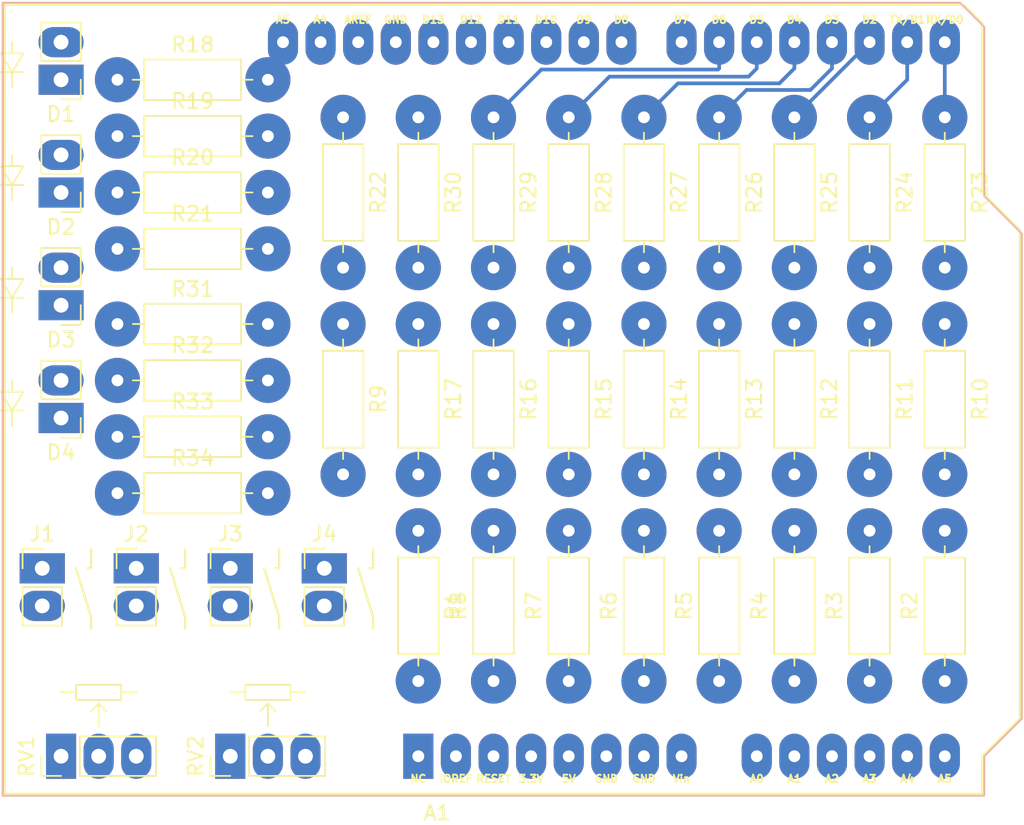
<source format=kicad_pcb>
(kicad_pcb (version 20171130) (host pcbnew 5.1.5-52549c5~86~ubuntu18.04.1)

  (general
    (thickness 1.6)
    (drawings 0)
    (tracks 24)
    (zones 0)
    (modules 45)
    (nets 55)
  )

  (page A4)
  (layers
    (0 F.Cu signal)
    (31 B.Cu signal)
    (32 B.Adhes user)
    (33 F.Adhes user)
    (34 B.Paste user)
    (35 F.Paste user)
    (36 B.SilkS user)
    (37 F.SilkS user)
    (38 B.Mask user)
    (39 F.Mask user)
    (40 Dwgs.User user)
    (41 Cmts.User user)
    (42 Eco1.User user)
    (43 Eco2.User user)
    (44 Edge.Cuts user)
    (45 Margin user)
    (46 B.CrtYd user)
    (47 F.CrtYd user)
    (48 B.Fab user)
    (49 F.Fab user)
  )

  (setup
    (last_trace_width 0.25)
    (trace_clearance 0.2)
    (zone_clearance 0.508)
    (zone_45_only no)
    (trace_min 0.2)
    (via_size 0.8)
    (via_drill 0.4)
    (via_min_size 0.4)
    (via_min_drill 0.3)
    (uvia_size 0.3)
    (uvia_drill 0.1)
    (uvias_allowed no)
    (uvia_min_size 0.2)
    (uvia_min_drill 0.1)
    (edge_width 0.05)
    (segment_width 0.2)
    (pcb_text_width 0.3)
    (pcb_text_size 1.5 1.5)
    (mod_edge_width 0.12)
    (mod_text_size 1 1)
    (mod_text_width 0.15)
    (pad_size 1.524 1.524)
    (pad_drill 0.762)
    (pad_to_mask_clearance 0.051)
    (solder_mask_min_width 0.25)
    (aux_axis_origin 0 0)
    (visible_elements FFFFFF7F)
    (pcbplotparams
      (layerselection 0x010fc_ffffffff)
      (usegerberextensions false)
      (usegerberattributes false)
      (usegerberadvancedattributes false)
      (creategerberjobfile false)
      (excludeedgelayer true)
      (linewidth 0.100000)
      (plotframeref false)
      (viasonmask false)
      (mode 1)
      (useauxorigin false)
      (hpglpennumber 1)
      (hpglpenspeed 20)
      (hpglpendiameter 15.000000)
      (psnegative false)
      (psa4output false)
      (plotreference true)
      (plotvalue true)
      (plotinvisibletext false)
      (padsonsilk false)
      (subtractmaskfromsilk false)
      (outputformat 1)
      (mirror false)
      (drillshape 1)
      (scaleselection 1)
      (outputdirectory ""))
  )

  (net 0 "")
  (net 1 "Net-(A1-Pad16)")
  (net 2 "Net-(A1-Pad15)")
  (net 3 "Net-(A1-Pad30)")
  (net 4 "Net-(A1-Pad14)")
  (net 5 Out-)
  (net 6 "Net-(A1-Pad13)")
  (net 7 "Net-(A1-Pad28)")
  (net 8 "Net-(A1-Pad12)")
  (net 9 "Net-(A1-Pad27)")
  (net 10 "Net-(A1-Pad11)")
  (net 11 "Net-(A1-Pad26)")
  (net 12 "Net-(A1-Pad10)")
  (net 13 "Net-(A1-Pad25)")
  (net 14 "Net-(A1-Pad9)")
  (net 15 "Net-(A1-Pad24)")
  (net 16 "Net-(A1-Pad8)")
  (net 17 "Net-(A1-Pad23)")
  (net 18 "Net-(A1-Pad7)")
  (net 19 "Net-(A1-Pad22)")
  (net 20 "Net-(A1-Pad6)")
  (net 21 "Net-(A1-Pad21)")
  (net 22 "Net-(A1-Pad5)")
  (net 23 "Net-(A1-Pad20)")
  (net 24 "Net-(A1-Pad4)")
  (net 25 "Net-(A1-Pad19)")
  (net 26 "Net-(A1-Pad3)")
  (net 27 "Net-(A1-Pad18)")
  (net 28 "Net-(A1-Pad2)")
  (net 29 "Net-(A1-Pad17)")
  (net 30 "Net-(A1-Pad1)")
  (net 31 "Net-(A1-Pad31)")
  (net 32 "Net-(A1-Pad32)")
  (net 33 "Net-(D1-Pad1)")
  (net 34 "Net-(D2-Pad1)")
  (net 35 "Net-(D3-Pad1)")
  (net 36 "Net-(D4-Pad1)")
  (net 37 "Net-(R1-Pad2)")
  (net 38 "Net-(R1-Pad1)")
  (net 39 "Net-(R11-Pad2)")
  (net 40 "Net-(R12-Pad2)")
  (net 41 "Net-(R13-Pad2)")
  (net 42 "Net-(R14-Pad2)")
  (net 43 "Net-(R15-Pad2)")
  (net 44 "Net-(R16-Pad2)")
  (net 45 Out+)
  (net 46 "Net-(R22-Pad2)")
  (net 47 "Net-(R10-Pad1)")
  (net 48 "Net-(R11-Pad1)")
  (net 49 "Net-(R12-Pad1)")
  (net 50 "Net-(R13-Pad1)")
  (net 51 "Net-(R14-Pad1)")
  (net 52 "Net-(R15-Pad1)")
  (net 53 "Net-(R16-Pad1)")
  (net 54 "Net-(R17-Pad1)")

  (net_class Default "This is the default net class."
    (clearance 0.2)
    (trace_width 0.25)
    (via_dia 0.8)
    (via_drill 0.4)
    (uvia_dia 0.3)
    (uvia_drill 0.1)
    (add_net "Net-(A1-Pad1)")
    (add_net "Net-(A1-Pad10)")
    (add_net "Net-(A1-Pad11)")
    (add_net "Net-(A1-Pad12)")
    (add_net "Net-(A1-Pad13)")
    (add_net "Net-(A1-Pad14)")
    (add_net "Net-(A1-Pad15)")
    (add_net "Net-(A1-Pad16)")
    (add_net "Net-(A1-Pad17)")
    (add_net "Net-(A1-Pad18)")
    (add_net "Net-(A1-Pad19)")
    (add_net "Net-(A1-Pad2)")
    (add_net "Net-(A1-Pad20)")
    (add_net "Net-(A1-Pad21)")
    (add_net "Net-(A1-Pad22)")
    (add_net "Net-(A1-Pad23)")
    (add_net "Net-(A1-Pad24)")
    (add_net "Net-(A1-Pad25)")
    (add_net "Net-(A1-Pad26)")
    (add_net "Net-(A1-Pad27)")
    (add_net "Net-(A1-Pad28)")
    (add_net "Net-(A1-Pad3)")
    (add_net "Net-(A1-Pad30)")
    (add_net "Net-(A1-Pad31)")
    (add_net "Net-(A1-Pad32)")
    (add_net "Net-(A1-Pad4)")
    (add_net "Net-(A1-Pad5)")
    (add_net "Net-(A1-Pad6)")
    (add_net "Net-(A1-Pad7)")
    (add_net "Net-(A1-Pad8)")
    (add_net "Net-(A1-Pad9)")
    (add_net "Net-(D1-Pad1)")
    (add_net "Net-(D2-Pad1)")
    (add_net "Net-(D3-Pad1)")
    (add_net "Net-(D4-Pad1)")
    (add_net "Net-(R1-Pad1)")
    (add_net "Net-(R1-Pad2)")
    (add_net "Net-(R10-Pad1)")
    (add_net "Net-(R11-Pad1)")
    (add_net "Net-(R11-Pad2)")
    (add_net "Net-(R12-Pad1)")
    (add_net "Net-(R12-Pad2)")
    (add_net "Net-(R13-Pad1)")
    (add_net "Net-(R13-Pad2)")
    (add_net "Net-(R14-Pad1)")
    (add_net "Net-(R14-Pad2)")
    (add_net "Net-(R15-Pad1)")
    (add_net "Net-(R15-Pad2)")
    (add_net "Net-(R16-Pad1)")
    (add_net "Net-(R16-Pad2)")
    (add_net "Net-(R17-Pad1)")
    (add_net "Net-(R22-Pad2)")
    (add_net Out+)
    (add_net Out-)
  )

  (module My_Headers:3-pin_potentiometer_header_larger_pads (layer F.Cu) (tedit 5E946115) (tstamp 5E94E3CA)
    (at 120.65 107.95 90)
    (descr "Through hole straight pin header, 1x03, 2.54mm pitch, single row")
    (tags "Through hole pin header THT 1x03 2.54mm single row")
    (path /5E9D8681)
    (fp_text reference RV2 (at 0 -2.33 90) (layer F.SilkS)
      (effects (font (size 1 1) (thickness 0.15)))
    )
    (fp_text value 10k (at 0 7.41 90) (layer F.Fab) hide
      (effects (font (size 1 1) (thickness 0.15)))
    )
    (fp_line (start 4.318 4.064) (end 4.318 5.08) (layer F.SilkS) (width 0.12))
    (fp_line (start 4.318 1.016) (end 4.318 0) (layer F.SilkS) (width 0.12))
    (fp_line (start 3.81 4.064) (end 3.81 2.54) (layer F.SilkS) (width 0.12))
    (fp_line (start 4.826 4.064) (end 3.81 4.064) (layer F.SilkS) (width 0.12))
    (fp_line (start 4.826 1.016) (end 4.826 4.064) (layer F.SilkS) (width 0.12))
    (fp_line (start 3.81 1.016) (end 4.826 1.016) (layer F.SilkS) (width 0.12))
    (fp_line (start 3.81 2.54) (end 3.81 1.016) (layer F.SilkS) (width 0.12))
    (fp_line (start 3.556 2.54) (end 3.048 3.048) (layer F.SilkS) (width 0.12))
    (fp_line (start 3.556 2.54) (end 3.048 2.032) (layer F.SilkS) (width 0.12))
    (fp_line (start 2.032 2.54) (end 3.556 2.54) (layer F.SilkS) (width 0.12))
    (fp_text user %R (at 0 2.54) (layer F.Fab)
      (effects (font (size 1 1) (thickness 0.15)))
    )
    (fp_line (start 1.8 -1.8) (end -1.8 -1.8) (layer F.CrtYd) (width 0.05))
    (fp_line (start 1.8 6.85) (end 1.8 -1.8) (layer F.CrtYd) (width 0.05))
    (fp_line (start -1.8 6.85) (end 1.8 6.85) (layer F.CrtYd) (width 0.05))
    (fp_line (start -1.8 -1.8) (end -1.8 6.85) (layer F.CrtYd) (width 0.05))
    (fp_line (start -1.33 -1.33) (end 0 -1.33) (layer F.SilkS) (width 0.12))
    (fp_line (start -1.33 0) (end -1.33 -1.33) (layer F.SilkS) (width 0.12))
    (fp_line (start -1.33 1.27) (end 1.33 1.27) (layer F.SilkS) (width 0.12))
    (fp_line (start 1.33 1.27) (end 1.33 6.41) (layer F.SilkS) (width 0.12))
    (fp_line (start -1.33 1.27) (end -1.33 6.41) (layer F.SilkS) (width 0.12))
    (fp_line (start -1.33 6.41) (end 1.33 6.41) (layer F.SilkS) (width 0.12))
    (fp_line (start -1.27 -0.635) (end -0.635 -1.27) (layer F.Fab) (width 0.1))
    (fp_line (start -1.27 6.35) (end -1.27 -0.635) (layer F.Fab) (width 0.1))
    (fp_line (start 1.27 6.35) (end -1.27 6.35) (layer F.Fab) (width 0.1))
    (fp_line (start 1.27 -1.27) (end 1.27 6.35) (layer F.Fab) (width 0.1))
    (fp_line (start -0.635 -1.27) (end 1.27 -1.27) (layer F.Fab) (width 0.1))
    (pad 3 thru_hole oval (at 0 5.08 90) (size 3.048 2.032) (drill 1) (layers *.Cu *.Mask)
      (net 18 "Net-(A1-Pad7)"))
    (pad 2 thru_hole oval (at 0 2.54 90) (size 3.048 2.032) (drill 1) (layers *.Cu *.Mask)
      (net 4 "Net-(A1-Pad14)"))
    (pad 1 thru_hole rect (at 0 0 90) (size 3.048 2.032) (drill 1) (layers *.Cu *.Mask)
      (net 22 "Net-(A1-Pad5)"))
    (model ${KISYS3DMOD}/Connector_PinHeader_2.54mm.3dshapes/PinHeader_1x03_P2.54mm_Vertical.wrl
      (at (xyz 0 0 0))
      (scale (xyz 1 1 1))
      (rotate (xyz 0 0 0))
    )
  )

  (module My_Headers:3-pin_potentiometer_header_larger_pads (layer F.Cu) (tedit 5E946115) (tstamp 5E94E3A9)
    (at 109.22 107.95 90)
    (descr "Through hole straight pin header, 1x03, 2.54mm pitch, single row")
    (tags "Through hole pin header THT 1x03 2.54mm single row")
    (path /5E9D7457)
    (fp_text reference RV1 (at 0 -2.33 90) (layer F.SilkS)
      (effects (font (size 1 1) (thickness 0.15)))
    )
    (fp_text value 10k (at 0 7.41 90) (layer F.Fab) hide
      (effects (font (size 1 1) (thickness 0.15)))
    )
    (fp_line (start 4.318 4.064) (end 4.318 5.08) (layer F.SilkS) (width 0.12))
    (fp_line (start 4.318 1.016) (end 4.318 0) (layer F.SilkS) (width 0.12))
    (fp_line (start 3.81 4.064) (end 3.81 2.54) (layer F.SilkS) (width 0.12))
    (fp_line (start 4.826 4.064) (end 3.81 4.064) (layer F.SilkS) (width 0.12))
    (fp_line (start 4.826 1.016) (end 4.826 4.064) (layer F.SilkS) (width 0.12))
    (fp_line (start 3.81 1.016) (end 4.826 1.016) (layer F.SilkS) (width 0.12))
    (fp_line (start 3.81 2.54) (end 3.81 1.016) (layer F.SilkS) (width 0.12))
    (fp_line (start 3.556 2.54) (end 3.048 3.048) (layer F.SilkS) (width 0.12))
    (fp_line (start 3.556 2.54) (end 3.048 2.032) (layer F.SilkS) (width 0.12))
    (fp_line (start 2.032 2.54) (end 3.556 2.54) (layer F.SilkS) (width 0.12))
    (fp_text user %R (at 0 2.54) (layer F.Fab)
      (effects (font (size 1 1) (thickness 0.15)))
    )
    (fp_line (start 1.8 -1.8) (end -1.8 -1.8) (layer F.CrtYd) (width 0.05))
    (fp_line (start 1.8 6.85) (end 1.8 -1.8) (layer F.CrtYd) (width 0.05))
    (fp_line (start -1.8 6.85) (end 1.8 6.85) (layer F.CrtYd) (width 0.05))
    (fp_line (start -1.8 -1.8) (end -1.8 6.85) (layer F.CrtYd) (width 0.05))
    (fp_line (start -1.33 -1.33) (end 0 -1.33) (layer F.SilkS) (width 0.12))
    (fp_line (start -1.33 0) (end -1.33 -1.33) (layer F.SilkS) (width 0.12))
    (fp_line (start -1.33 1.27) (end 1.33 1.27) (layer F.SilkS) (width 0.12))
    (fp_line (start 1.33 1.27) (end 1.33 6.41) (layer F.SilkS) (width 0.12))
    (fp_line (start -1.33 1.27) (end -1.33 6.41) (layer F.SilkS) (width 0.12))
    (fp_line (start -1.33 6.41) (end 1.33 6.41) (layer F.SilkS) (width 0.12))
    (fp_line (start -1.27 -0.635) (end -0.635 -1.27) (layer F.Fab) (width 0.1))
    (fp_line (start -1.27 6.35) (end -1.27 -0.635) (layer F.Fab) (width 0.1))
    (fp_line (start 1.27 6.35) (end -1.27 6.35) (layer F.Fab) (width 0.1))
    (fp_line (start 1.27 -1.27) (end 1.27 6.35) (layer F.Fab) (width 0.1))
    (fp_line (start -0.635 -1.27) (end 1.27 -1.27) (layer F.Fab) (width 0.1))
    (pad 3 thru_hole oval (at 0 5.08 90) (size 3.048 2.032) (drill 1) (layers *.Cu *.Mask)
      (net 18 "Net-(A1-Pad7)"))
    (pad 2 thru_hole oval (at 0 2.54 90) (size 3.048 2.032) (drill 1) (layers *.Cu *.Mask)
      (net 6 "Net-(A1-Pad13)"))
    (pad 1 thru_hole rect (at 0 0 90) (size 3.048 2.032) (drill 1) (layers *.Cu *.Mask)
      (net 22 "Net-(A1-Pad5)"))
    (model ${KISYS3DMOD}/Connector_PinHeader_2.54mm.3dshapes/PinHeader_1x03_P2.54mm_Vertical.wrl
      (at (xyz 0 0 0))
      (scale (xyz 1 1 1))
      (rotate (xyz 0 0 0))
    )
  )

  (module My_Misc:R_Axial_DIN0207_L6.3mm_D2.5mm_P10.16mm_Horizontal_larger_pads (layer F.Cu) (tedit 5E4D8416) (tstamp 5E94E388)
    (at 113.03 90.17)
    (descr "Resistor, Axial_DIN0207 series, Axial, Horizontal, pin pitch=10.16mm, 0.25W = 1/4W, length*diameter=6.3*2.5mm^2, http://cdn-reichelt.de/documents/datenblatt/B400/1_4W%23YAG.pdf")
    (tags "Resistor Axial_DIN0207 series Axial Horizontal pin pitch 10.16mm 0.25W = 1/4W length 6.3mm diameter 2.5mm")
    (path /5E9A0F7F)
    (fp_text reference R34 (at 5.08 -2.37) (layer F.SilkS)
      (effects (font (size 1 1) (thickness 0.15)))
    )
    (fp_text value 10k (at 5.08 2.37) (layer F.Fab) hide
      (effects (font (size 1 1) (thickness 0.15)))
    )
    (fp_text user %R (at 5.08 0) (layer F.Fab)
      (effects (font (size 1 1) (thickness 0.15)))
    )
    (fp_line (start 11.21 -1.5) (end -1.05 -1.5) (layer F.CrtYd) (width 0.05))
    (fp_line (start 11.21 1.5) (end 11.21 -1.5) (layer F.CrtYd) (width 0.05))
    (fp_line (start -1.05 1.5) (end 11.21 1.5) (layer F.CrtYd) (width 0.05))
    (fp_line (start -1.05 -1.5) (end -1.05 1.5) (layer F.CrtYd) (width 0.05))
    (fp_line (start 9.12 0) (end 8.35 0) (layer F.SilkS) (width 0.12))
    (fp_line (start 1.04 0) (end 1.81 0) (layer F.SilkS) (width 0.12))
    (fp_line (start 8.35 -1.37) (end 1.81 -1.37) (layer F.SilkS) (width 0.12))
    (fp_line (start 8.35 1.37) (end 8.35 -1.37) (layer F.SilkS) (width 0.12))
    (fp_line (start 1.81 1.37) (end 8.35 1.37) (layer F.SilkS) (width 0.12))
    (fp_line (start 1.81 -1.37) (end 1.81 1.37) (layer F.SilkS) (width 0.12))
    (fp_line (start 10.16 0) (end 8.23 0) (layer F.Fab) (width 0.1))
    (fp_line (start 0 0) (end 1.93 0) (layer F.Fab) (width 0.1))
    (fp_line (start 8.23 -1.25) (end 1.93 -1.25) (layer F.Fab) (width 0.1))
    (fp_line (start 8.23 1.25) (end 8.23 -1.25) (layer F.Fab) (width 0.1))
    (fp_line (start 1.93 1.25) (end 8.23 1.25) (layer F.Fab) (width 0.1))
    (fp_line (start 1.93 -1.25) (end 1.93 1.25) (layer F.Fab) (width 0.1))
    (pad 2 thru_hole circle (at 10.16 0) (size 3.048 3.048) (drill 0.8) (layers *.Cu *.Mask)
      (net 22 "Net-(A1-Pad5)"))
    (pad 1 thru_hole circle (at 0 0) (size 3.048 3.048) (drill 0.8) (layers *.Cu *.Mask)
      (net 8 "Net-(A1-Pad12)"))
    (model ${KISYS3DMOD}/Resistor_THT.3dshapes/R_Axial_DIN0207_L6.3mm_D2.5mm_P10.16mm_Horizontal.wrl
      (at (xyz 0 0 0))
      (scale (xyz 1 1 1))
      (rotate (xyz 0 0 0))
    )
  )

  (module My_Misc:R_Axial_DIN0207_L6.3mm_D2.5mm_P10.16mm_Horizontal_larger_pads (layer F.Cu) (tedit 5E4D8416) (tstamp 5E94E371)
    (at 113.03 86.36)
    (descr "Resistor, Axial_DIN0207 series, Axial, Horizontal, pin pitch=10.16mm, 0.25W = 1/4W, length*diameter=6.3*2.5mm^2, http://cdn-reichelt.de/documents/datenblatt/B400/1_4W%23YAG.pdf")
    (tags "Resistor Axial_DIN0207 series Axial Horizontal pin pitch 10.16mm 0.25W = 1/4W length 6.3mm diameter 2.5mm")
    (path /5E994489)
    (fp_text reference R33 (at 5.08 -2.37) (layer F.SilkS)
      (effects (font (size 1 1) (thickness 0.15)))
    )
    (fp_text value 10k (at 5.08 2.37) (layer F.Fab) hide
      (effects (font (size 1 1) (thickness 0.15)))
    )
    (fp_text user %R (at 5.08 0) (layer F.Fab)
      (effects (font (size 1 1) (thickness 0.15)))
    )
    (fp_line (start 11.21 -1.5) (end -1.05 -1.5) (layer F.CrtYd) (width 0.05))
    (fp_line (start 11.21 1.5) (end 11.21 -1.5) (layer F.CrtYd) (width 0.05))
    (fp_line (start -1.05 1.5) (end 11.21 1.5) (layer F.CrtYd) (width 0.05))
    (fp_line (start -1.05 -1.5) (end -1.05 1.5) (layer F.CrtYd) (width 0.05))
    (fp_line (start 9.12 0) (end 8.35 0) (layer F.SilkS) (width 0.12))
    (fp_line (start 1.04 0) (end 1.81 0) (layer F.SilkS) (width 0.12))
    (fp_line (start 8.35 -1.37) (end 1.81 -1.37) (layer F.SilkS) (width 0.12))
    (fp_line (start 8.35 1.37) (end 8.35 -1.37) (layer F.SilkS) (width 0.12))
    (fp_line (start 1.81 1.37) (end 8.35 1.37) (layer F.SilkS) (width 0.12))
    (fp_line (start 1.81 -1.37) (end 1.81 1.37) (layer F.SilkS) (width 0.12))
    (fp_line (start 10.16 0) (end 8.23 0) (layer F.Fab) (width 0.1))
    (fp_line (start 0 0) (end 1.93 0) (layer F.Fab) (width 0.1))
    (fp_line (start 8.23 -1.25) (end 1.93 -1.25) (layer F.Fab) (width 0.1))
    (fp_line (start 8.23 1.25) (end 8.23 -1.25) (layer F.Fab) (width 0.1))
    (fp_line (start 1.93 1.25) (end 8.23 1.25) (layer F.Fab) (width 0.1))
    (fp_line (start 1.93 -1.25) (end 1.93 1.25) (layer F.Fab) (width 0.1))
    (pad 2 thru_hole circle (at 10.16 0) (size 3.048 3.048) (drill 0.8) (layers *.Cu *.Mask)
      (net 22 "Net-(A1-Pad5)"))
    (pad 1 thru_hole circle (at 0 0) (size 3.048 3.048) (drill 0.8) (layers *.Cu *.Mask)
      (net 10 "Net-(A1-Pad11)"))
    (model ${KISYS3DMOD}/Resistor_THT.3dshapes/R_Axial_DIN0207_L6.3mm_D2.5mm_P10.16mm_Horizontal.wrl
      (at (xyz 0 0 0))
      (scale (xyz 1 1 1))
      (rotate (xyz 0 0 0))
    )
  )

  (module My_Misc:R_Axial_DIN0207_L6.3mm_D2.5mm_P10.16mm_Horizontal_larger_pads (layer F.Cu) (tedit 5E4D8416) (tstamp 5E94E35A)
    (at 113.03 82.55)
    (descr "Resistor, Axial_DIN0207 series, Axial, Horizontal, pin pitch=10.16mm, 0.25W = 1/4W, length*diameter=6.3*2.5mm^2, http://cdn-reichelt.de/documents/datenblatt/B400/1_4W%23YAG.pdf")
    (tags "Resistor Axial_DIN0207 series Axial Horizontal pin pitch 10.16mm 0.25W = 1/4W length 6.3mm diameter 2.5mm")
    (path /5E993486)
    (fp_text reference R32 (at 5.08 -2.37) (layer F.SilkS)
      (effects (font (size 1 1) (thickness 0.15)))
    )
    (fp_text value 10k (at 5.08 2.37) (layer F.Fab) hide
      (effects (font (size 1 1) (thickness 0.15)))
    )
    (fp_text user %R (at 5.08 0) (layer F.Fab)
      (effects (font (size 1 1) (thickness 0.15)))
    )
    (fp_line (start 11.21 -1.5) (end -1.05 -1.5) (layer F.CrtYd) (width 0.05))
    (fp_line (start 11.21 1.5) (end 11.21 -1.5) (layer F.CrtYd) (width 0.05))
    (fp_line (start -1.05 1.5) (end 11.21 1.5) (layer F.CrtYd) (width 0.05))
    (fp_line (start -1.05 -1.5) (end -1.05 1.5) (layer F.CrtYd) (width 0.05))
    (fp_line (start 9.12 0) (end 8.35 0) (layer F.SilkS) (width 0.12))
    (fp_line (start 1.04 0) (end 1.81 0) (layer F.SilkS) (width 0.12))
    (fp_line (start 8.35 -1.37) (end 1.81 -1.37) (layer F.SilkS) (width 0.12))
    (fp_line (start 8.35 1.37) (end 8.35 -1.37) (layer F.SilkS) (width 0.12))
    (fp_line (start 1.81 1.37) (end 8.35 1.37) (layer F.SilkS) (width 0.12))
    (fp_line (start 1.81 -1.37) (end 1.81 1.37) (layer F.SilkS) (width 0.12))
    (fp_line (start 10.16 0) (end 8.23 0) (layer F.Fab) (width 0.1))
    (fp_line (start 0 0) (end 1.93 0) (layer F.Fab) (width 0.1))
    (fp_line (start 8.23 -1.25) (end 1.93 -1.25) (layer F.Fab) (width 0.1))
    (fp_line (start 8.23 1.25) (end 8.23 -1.25) (layer F.Fab) (width 0.1))
    (fp_line (start 1.93 1.25) (end 8.23 1.25) (layer F.Fab) (width 0.1))
    (fp_line (start 1.93 -1.25) (end 1.93 1.25) (layer F.Fab) (width 0.1))
    (pad 2 thru_hole circle (at 10.16 0) (size 3.048 3.048) (drill 0.8) (layers *.Cu *.Mask)
      (net 22 "Net-(A1-Pad5)"))
    (pad 1 thru_hole circle (at 0 0) (size 3.048 3.048) (drill 0.8) (layers *.Cu *.Mask)
      (net 12 "Net-(A1-Pad10)"))
    (model ${KISYS3DMOD}/Resistor_THT.3dshapes/R_Axial_DIN0207_L6.3mm_D2.5mm_P10.16mm_Horizontal.wrl
      (at (xyz 0 0 0))
      (scale (xyz 1 1 1))
      (rotate (xyz 0 0 0))
    )
  )

  (module My_Misc:R_Axial_DIN0207_L6.3mm_D2.5mm_P10.16mm_Horizontal_larger_pads (layer F.Cu) (tedit 5E4D8416) (tstamp 5E94E343)
    (at 113.03 78.74)
    (descr "Resistor, Axial_DIN0207 series, Axial, Horizontal, pin pitch=10.16mm, 0.25W = 1/4W, length*diameter=6.3*2.5mm^2, http://cdn-reichelt.de/documents/datenblatt/B400/1_4W%23YAG.pdf")
    (tags "Resistor Axial_DIN0207 series Axial Horizontal pin pitch 10.16mm 0.25W = 1/4W length 6.3mm diameter 2.5mm")
    (path /5E96E2B2)
    (fp_text reference R31 (at 5.08 -2.37) (layer F.SilkS)
      (effects (font (size 1 1) (thickness 0.15)))
    )
    (fp_text value 10k (at 5.08 2.37) (layer F.Fab) hide
      (effects (font (size 1 1) (thickness 0.15)))
    )
    (fp_text user %R (at 5.08 0) (layer F.Fab)
      (effects (font (size 1 1) (thickness 0.15)))
    )
    (fp_line (start 11.21 -1.5) (end -1.05 -1.5) (layer F.CrtYd) (width 0.05))
    (fp_line (start 11.21 1.5) (end 11.21 -1.5) (layer F.CrtYd) (width 0.05))
    (fp_line (start -1.05 1.5) (end 11.21 1.5) (layer F.CrtYd) (width 0.05))
    (fp_line (start -1.05 -1.5) (end -1.05 1.5) (layer F.CrtYd) (width 0.05))
    (fp_line (start 9.12 0) (end 8.35 0) (layer F.SilkS) (width 0.12))
    (fp_line (start 1.04 0) (end 1.81 0) (layer F.SilkS) (width 0.12))
    (fp_line (start 8.35 -1.37) (end 1.81 -1.37) (layer F.SilkS) (width 0.12))
    (fp_line (start 8.35 1.37) (end 8.35 -1.37) (layer F.SilkS) (width 0.12))
    (fp_line (start 1.81 1.37) (end 8.35 1.37) (layer F.SilkS) (width 0.12))
    (fp_line (start 1.81 -1.37) (end 1.81 1.37) (layer F.SilkS) (width 0.12))
    (fp_line (start 10.16 0) (end 8.23 0) (layer F.Fab) (width 0.1))
    (fp_line (start 0 0) (end 1.93 0) (layer F.Fab) (width 0.1))
    (fp_line (start 8.23 -1.25) (end 1.93 -1.25) (layer F.Fab) (width 0.1))
    (fp_line (start 8.23 1.25) (end 8.23 -1.25) (layer F.Fab) (width 0.1))
    (fp_line (start 1.93 1.25) (end 8.23 1.25) (layer F.Fab) (width 0.1))
    (fp_line (start 1.93 -1.25) (end 1.93 1.25) (layer F.Fab) (width 0.1))
    (pad 2 thru_hole circle (at 10.16 0) (size 3.048 3.048) (drill 0.8) (layers *.Cu *.Mask)
      (net 22 "Net-(A1-Pad5)"))
    (pad 1 thru_hole circle (at 0 0) (size 3.048 3.048) (drill 0.8) (layers *.Cu *.Mask)
      (net 14 "Net-(A1-Pad9)"))
    (model ${KISYS3DMOD}/Resistor_THT.3dshapes/R_Axial_DIN0207_L6.3mm_D2.5mm_P10.16mm_Horizontal.wrl
      (at (xyz 0 0 0))
      (scale (xyz 1 1 1))
      (rotate (xyz 0 0 0))
    )
  )

  (module My_Misc:R_Axial_DIN0207_L6.3mm_D2.5mm_P10.16mm_Horizontal_larger_pads (layer F.Cu) (tedit 5E4D8416) (tstamp 5E94E32C)
    (at 133.35 64.77 270)
    (descr "Resistor, Axial_DIN0207 series, Axial, Horizontal, pin pitch=10.16mm, 0.25W = 1/4W, length*diameter=6.3*2.5mm^2, http://cdn-reichelt.de/documents/datenblatt/B400/1_4W%23YAG.pdf")
    (tags "Resistor Axial_DIN0207 series Axial Horizontal pin pitch 10.16mm 0.25W = 1/4W length 6.3mm diameter 2.5mm")
    (path /5EA7464D)
    (fp_text reference R30 (at 5.08 -2.37 90) (layer F.SilkS)
      (effects (font (size 1 1) (thickness 0.15)))
    )
    (fp_text value 10k (at 5.08 2.37 90) (layer F.Fab) hide
      (effects (font (size 1 1) (thickness 0.15)))
    )
    (fp_text user %R (at 5.08 0 90) (layer F.Fab)
      (effects (font (size 1 1) (thickness 0.15)))
    )
    (fp_line (start 11.21 -1.5) (end -1.05 -1.5) (layer F.CrtYd) (width 0.05))
    (fp_line (start 11.21 1.5) (end 11.21 -1.5) (layer F.CrtYd) (width 0.05))
    (fp_line (start -1.05 1.5) (end 11.21 1.5) (layer F.CrtYd) (width 0.05))
    (fp_line (start -1.05 -1.5) (end -1.05 1.5) (layer F.CrtYd) (width 0.05))
    (fp_line (start 9.12 0) (end 8.35 0) (layer F.SilkS) (width 0.12))
    (fp_line (start 1.04 0) (end 1.81 0) (layer F.SilkS) (width 0.12))
    (fp_line (start 8.35 -1.37) (end 1.81 -1.37) (layer F.SilkS) (width 0.12))
    (fp_line (start 8.35 1.37) (end 8.35 -1.37) (layer F.SilkS) (width 0.12))
    (fp_line (start 1.81 1.37) (end 8.35 1.37) (layer F.SilkS) (width 0.12))
    (fp_line (start 1.81 -1.37) (end 1.81 1.37) (layer F.SilkS) (width 0.12))
    (fp_line (start 10.16 0) (end 8.23 0) (layer F.Fab) (width 0.1))
    (fp_line (start 0 0) (end 1.93 0) (layer F.Fab) (width 0.1))
    (fp_line (start 8.23 -1.25) (end 1.93 -1.25) (layer F.Fab) (width 0.1))
    (fp_line (start 8.23 1.25) (end 8.23 -1.25) (layer F.Fab) (width 0.1))
    (fp_line (start 1.93 1.25) (end 8.23 1.25) (layer F.Fab) (width 0.1))
    (fp_line (start 1.93 -1.25) (end 1.93 1.25) (layer F.Fab) (width 0.1))
    (pad 2 thru_hole circle (at 10.16 0 270) (size 3.048 3.048) (drill 0.8) (layers *.Cu *.Mask)
      (net 54 "Net-(R17-Pad1)"))
    (pad 1 thru_hole circle (at 0 0 270) (size 3.048 3.048) (drill 0.8) (layers *.Cu *.Mask)
      (net 19 "Net-(A1-Pad22)"))
    (model ${KISYS3DMOD}/Resistor_THT.3dshapes/R_Axial_DIN0207_L6.3mm_D2.5mm_P10.16mm_Horizontal.wrl
      (at (xyz 0 0 0))
      (scale (xyz 1 1 1))
      (rotate (xyz 0 0 0))
    )
  )

  (module My_Misc:R_Axial_DIN0207_L6.3mm_D2.5mm_P10.16mm_Horizontal_larger_pads (layer F.Cu) (tedit 5E4D8416) (tstamp 5E94E315)
    (at 138.43 64.77 270)
    (descr "Resistor, Axial_DIN0207 series, Axial, Horizontal, pin pitch=10.16mm, 0.25W = 1/4W, length*diameter=6.3*2.5mm^2, http://cdn-reichelt.de/documents/datenblatt/B400/1_4W%23YAG.pdf")
    (tags "Resistor Axial_DIN0207 series Axial Horizontal pin pitch 10.16mm 0.25W = 1/4W length 6.3mm diameter 2.5mm")
    (path /5EA70853)
    (fp_text reference R29 (at 5.08 -2.37 90) (layer F.SilkS)
      (effects (font (size 1 1) (thickness 0.15)))
    )
    (fp_text value 10k (at 5.08 2.37 90) (layer F.Fab) hide
      (effects (font (size 1 1) (thickness 0.15)))
    )
    (fp_text user %R (at 5.08 0 90) (layer F.Fab)
      (effects (font (size 1 1) (thickness 0.15)))
    )
    (fp_line (start 11.21 -1.5) (end -1.05 -1.5) (layer F.CrtYd) (width 0.05))
    (fp_line (start 11.21 1.5) (end 11.21 -1.5) (layer F.CrtYd) (width 0.05))
    (fp_line (start -1.05 1.5) (end 11.21 1.5) (layer F.CrtYd) (width 0.05))
    (fp_line (start -1.05 -1.5) (end -1.05 1.5) (layer F.CrtYd) (width 0.05))
    (fp_line (start 9.12 0) (end 8.35 0) (layer F.SilkS) (width 0.12))
    (fp_line (start 1.04 0) (end 1.81 0) (layer F.SilkS) (width 0.12))
    (fp_line (start 8.35 -1.37) (end 1.81 -1.37) (layer F.SilkS) (width 0.12))
    (fp_line (start 8.35 1.37) (end 8.35 -1.37) (layer F.SilkS) (width 0.12))
    (fp_line (start 1.81 1.37) (end 8.35 1.37) (layer F.SilkS) (width 0.12))
    (fp_line (start 1.81 -1.37) (end 1.81 1.37) (layer F.SilkS) (width 0.12))
    (fp_line (start 10.16 0) (end 8.23 0) (layer F.Fab) (width 0.1))
    (fp_line (start 0 0) (end 1.93 0) (layer F.Fab) (width 0.1))
    (fp_line (start 8.23 -1.25) (end 1.93 -1.25) (layer F.Fab) (width 0.1))
    (fp_line (start 8.23 1.25) (end 8.23 -1.25) (layer F.Fab) (width 0.1))
    (fp_line (start 1.93 1.25) (end 8.23 1.25) (layer F.Fab) (width 0.1))
    (fp_line (start 1.93 -1.25) (end 1.93 1.25) (layer F.Fab) (width 0.1))
    (pad 2 thru_hole circle (at 10.16 0 270) (size 3.048 3.048) (drill 0.8) (layers *.Cu *.Mask)
      (net 53 "Net-(R16-Pad1)"))
    (pad 1 thru_hole circle (at 0 0 270) (size 3.048 3.048) (drill 0.8) (layers *.Cu *.Mask)
      (net 21 "Net-(A1-Pad21)"))
    (model ${KISYS3DMOD}/Resistor_THT.3dshapes/R_Axial_DIN0207_L6.3mm_D2.5mm_P10.16mm_Horizontal.wrl
      (at (xyz 0 0 0))
      (scale (xyz 1 1 1))
      (rotate (xyz 0 0 0))
    )
  )

  (module My_Misc:R_Axial_DIN0207_L6.3mm_D2.5mm_P10.16mm_Horizontal_larger_pads (layer F.Cu) (tedit 5E4D8416) (tstamp 5E94E2FE)
    (at 143.51 64.77 270)
    (descr "Resistor, Axial_DIN0207 series, Axial, Horizontal, pin pitch=10.16mm, 0.25W = 1/4W, length*diameter=6.3*2.5mm^2, http://cdn-reichelt.de/documents/datenblatt/B400/1_4W%23YAG.pdf")
    (tags "Resistor Axial_DIN0207 series Axial Horizontal pin pitch 10.16mm 0.25W = 1/4W length 6.3mm diameter 2.5mm")
    (path /5EA6CB0D)
    (fp_text reference R28 (at 5.08 -2.37 90) (layer F.SilkS)
      (effects (font (size 1 1) (thickness 0.15)))
    )
    (fp_text value 10k (at 5.08 2.37 90) (layer F.Fab) hide
      (effects (font (size 1 1) (thickness 0.15)))
    )
    (fp_text user %R (at 5.08 0 90) (layer F.Fab)
      (effects (font (size 1 1) (thickness 0.15)))
    )
    (fp_line (start 11.21 -1.5) (end -1.05 -1.5) (layer F.CrtYd) (width 0.05))
    (fp_line (start 11.21 1.5) (end 11.21 -1.5) (layer F.CrtYd) (width 0.05))
    (fp_line (start -1.05 1.5) (end 11.21 1.5) (layer F.CrtYd) (width 0.05))
    (fp_line (start -1.05 -1.5) (end -1.05 1.5) (layer F.CrtYd) (width 0.05))
    (fp_line (start 9.12 0) (end 8.35 0) (layer F.SilkS) (width 0.12))
    (fp_line (start 1.04 0) (end 1.81 0) (layer F.SilkS) (width 0.12))
    (fp_line (start 8.35 -1.37) (end 1.81 -1.37) (layer F.SilkS) (width 0.12))
    (fp_line (start 8.35 1.37) (end 8.35 -1.37) (layer F.SilkS) (width 0.12))
    (fp_line (start 1.81 1.37) (end 8.35 1.37) (layer F.SilkS) (width 0.12))
    (fp_line (start 1.81 -1.37) (end 1.81 1.37) (layer F.SilkS) (width 0.12))
    (fp_line (start 10.16 0) (end 8.23 0) (layer F.Fab) (width 0.1))
    (fp_line (start 0 0) (end 1.93 0) (layer F.Fab) (width 0.1))
    (fp_line (start 8.23 -1.25) (end 1.93 -1.25) (layer F.Fab) (width 0.1))
    (fp_line (start 8.23 1.25) (end 8.23 -1.25) (layer F.Fab) (width 0.1))
    (fp_line (start 1.93 1.25) (end 8.23 1.25) (layer F.Fab) (width 0.1))
    (fp_line (start 1.93 -1.25) (end 1.93 1.25) (layer F.Fab) (width 0.1))
    (pad 2 thru_hole circle (at 10.16 0 270) (size 3.048 3.048) (drill 0.8) (layers *.Cu *.Mask)
      (net 52 "Net-(R15-Pad1)"))
    (pad 1 thru_hole circle (at 0 0 270) (size 3.048 3.048) (drill 0.8) (layers *.Cu *.Mask)
      (net 23 "Net-(A1-Pad20)"))
    (model ${KISYS3DMOD}/Resistor_THT.3dshapes/R_Axial_DIN0207_L6.3mm_D2.5mm_P10.16mm_Horizontal.wrl
      (at (xyz 0 0 0))
      (scale (xyz 1 1 1))
      (rotate (xyz 0 0 0))
    )
  )

  (module My_Misc:R_Axial_DIN0207_L6.3mm_D2.5mm_P10.16mm_Horizontal_larger_pads (layer F.Cu) (tedit 5E4D8416) (tstamp 5E94E2E7)
    (at 148.59 64.77 270)
    (descr "Resistor, Axial_DIN0207 series, Axial, Horizontal, pin pitch=10.16mm, 0.25W = 1/4W, length*diameter=6.3*2.5mm^2, http://cdn-reichelt.de/documents/datenblatt/B400/1_4W%23YAG.pdf")
    (tags "Resistor Axial_DIN0207 series Axial Horizontal pin pitch 10.16mm 0.25W = 1/4W length 6.3mm diameter 2.5mm")
    (path /5EA68D40)
    (fp_text reference R27 (at 5.08 -2.37 90) (layer F.SilkS)
      (effects (font (size 1 1) (thickness 0.15)))
    )
    (fp_text value 10k (at 5.08 2.37 90) (layer F.Fab) hide
      (effects (font (size 1 1) (thickness 0.15)))
    )
    (fp_text user %R (at 5.08 0 90) (layer F.Fab)
      (effects (font (size 1 1) (thickness 0.15)))
    )
    (fp_line (start 11.21 -1.5) (end -1.05 -1.5) (layer F.CrtYd) (width 0.05))
    (fp_line (start 11.21 1.5) (end 11.21 -1.5) (layer F.CrtYd) (width 0.05))
    (fp_line (start -1.05 1.5) (end 11.21 1.5) (layer F.CrtYd) (width 0.05))
    (fp_line (start -1.05 -1.5) (end -1.05 1.5) (layer F.CrtYd) (width 0.05))
    (fp_line (start 9.12 0) (end 8.35 0) (layer F.SilkS) (width 0.12))
    (fp_line (start 1.04 0) (end 1.81 0) (layer F.SilkS) (width 0.12))
    (fp_line (start 8.35 -1.37) (end 1.81 -1.37) (layer F.SilkS) (width 0.12))
    (fp_line (start 8.35 1.37) (end 8.35 -1.37) (layer F.SilkS) (width 0.12))
    (fp_line (start 1.81 1.37) (end 8.35 1.37) (layer F.SilkS) (width 0.12))
    (fp_line (start 1.81 -1.37) (end 1.81 1.37) (layer F.SilkS) (width 0.12))
    (fp_line (start 10.16 0) (end 8.23 0) (layer F.Fab) (width 0.1))
    (fp_line (start 0 0) (end 1.93 0) (layer F.Fab) (width 0.1))
    (fp_line (start 8.23 -1.25) (end 1.93 -1.25) (layer F.Fab) (width 0.1))
    (fp_line (start 8.23 1.25) (end 8.23 -1.25) (layer F.Fab) (width 0.1))
    (fp_line (start 1.93 1.25) (end 8.23 1.25) (layer F.Fab) (width 0.1))
    (fp_line (start 1.93 -1.25) (end 1.93 1.25) (layer F.Fab) (width 0.1))
    (pad 2 thru_hole circle (at 10.16 0 270) (size 3.048 3.048) (drill 0.8) (layers *.Cu *.Mask)
      (net 51 "Net-(R14-Pad1)"))
    (pad 1 thru_hole circle (at 0 0 270) (size 3.048 3.048) (drill 0.8) (layers *.Cu *.Mask)
      (net 25 "Net-(A1-Pad19)"))
    (model ${KISYS3DMOD}/Resistor_THT.3dshapes/R_Axial_DIN0207_L6.3mm_D2.5mm_P10.16mm_Horizontal.wrl
      (at (xyz 0 0 0))
      (scale (xyz 1 1 1))
      (rotate (xyz 0 0 0))
    )
  )

  (module My_Misc:R_Axial_DIN0207_L6.3mm_D2.5mm_P10.16mm_Horizontal_larger_pads (layer F.Cu) (tedit 5E4D8416) (tstamp 5E94E2D0)
    (at 153.67 64.77 270)
    (descr "Resistor, Axial_DIN0207 series, Axial, Horizontal, pin pitch=10.16mm, 0.25W = 1/4W, length*diameter=6.3*2.5mm^2, http://cdn-reichelt.de/documents/datenblatt/B400/1_4W%23YAG.pdf")
    (tags "Resistor Axial_DIN0207 series Axial Horizontal pin pitch 10.16mm 0.25W = 1/4W length 6.3mm diameter 2.5mm")
    (path /5EA64F6A)
    (fp_text reference R26 (at 5.08 -2.37 90) (layer F.SilkS)
      (effects (font (size 1 1) (thickness 0.15)))
    )
    (fp_text value 10k (at 5.08 2.37 90) (layer F.Fab) hide
      (effects (font (size 1 1) (thickness 0.15)))
    )
    (fp_text user %R (at 5.08 0 90) (layer F.Fab)
      (effects (font (size 1 1) (thickness 0.15)))
    )
    (fp_line (start 11.21 -1.5) (end -1.05 -1.5) (layer F.CrtYd) (width 0.05))
    (fp_line (start 11.21 1.5) (end 11.21 -1.5) (layer F.CrtYd) (width 0.05))
    (fp_line (start -1.05 1.5) (end 11.21 1.5) (layer F.CrtYd) (width 0.05))
    (fp_line (start -1.05 -1.5) (end -1.05 1.5) (layer F.CrtYd) (width 0.05))
    (fp_line (start 9.12 0) (end 8.35 0) (layer F.SilkS) (width 0.12))
    (fp_line (start 1.04 0) (end 1.81 0) (layer F.SilkS) (width 0.12))
    (fp_line (start 8.35 -1.37) (end 1.81 -1.37) (layer F.SilkS) (width 0.12))
    (fp_line (start 8.35 1.37) (end 8.35 -1.37) (layer F.SilkS) (width 0.12))
    (fp_line (start 1.81 1.37) (end 8.35 1.37) (layer F.SilkS) (width 0.12))
    (fp_line (start 1.81 -1.37) (end 1.81 1.37) (layer F.SilkS) (width 0.12))
    (fp_line (start 10.16 0) (end 8.23 0) (layer F.Fab) (width 0.1))
    (fp_line (start 0 0) (end 1.93 0) (layer F.Fab) (width 0.1))
    (fp_line (start 8.23 -1.25) (end 1.93 -1.25) (layer F.Fab) (width 0.1))
    (fp_line (start 8.23 1.25) (end 8.23 -1.25) (layer F.Fab) (width 0.1))
    (fp_line (start 1.93 1.25) (end 8.23 1.25) (layer F.Fab) (width 0.1))
    (fp_line (start 1.93 -1.25) (end 1.93 1.25) (layer F.Fab) (width 0.1))
    (pad 2 thru_hole circle (at 10.16 0 270) (size 3.048 3.048) (drill 0.8) (layers *.Cu *.Mask)
      (net 50 "Net-(R13-Pad1)"))
    (pad 1 thru_hole circle (at 0 0 270) (size 3.048 3.048) (drill 0.8) (layers *.Cu *.Mask)
      (net 27 "Net-(A1-Pad18)"))
    (model ${KISYS3DMOD}/Resistor_THT.3dshapes/R_Axial_DIN0207_L6.3mm_D2.5mm_P10.16mm_Horizontal.wrl
      (at (xyz 0 0 0))
      (scale (xyz 1 1 1))
      (rotate (xyz 0 0 0))
    )
  )

  (module My_Misc:R_Axial_DIN0207_L6.3mm_D2.5mm_P10.16mm_Horizontal_larger_pads (layer F.Cu) (tedit 5E4D8416) (tstamp 5E94E2B9)
    (at 158.75 64.77 270)
    (descr "Resistor, Axial_DIN0207 series, Axial, Horizontal, pin pitch=10.16mm, 0.25W = 1/4W, length*diameter=6.3*2.5mm^2, http://cdn-reichelt.de/documents/datenblatt/B400/1_4W%23YAG.pdf")
    (tags "Resistor Axial_DIN0207 series Axial Horizontal pin pitch 10.16mm 0.25W = 1/4W length 6.3mm diameter 2.5mm")
    (path /5EA611B5)
    (fp_text reference R25 (at 5.08 -2.37 90) (layer F.SilkS)
      (effects (font (size 1 1) (thickness 0.15)))
    )
    (fp_text value 10k (at 5.08 2.37 90) (layer F.Fab) hide
      (effects (font (size 1 1) (thickness 0.15)))
    )
    (fp_text user %R (at 5.08 0 90) (layer F.Fab)
      (effects (font (size 1 1) (thickness 0.15)))
    )
    (fp_line (start 11.21 -1.5) (end -1.05 -1.5) (layer F.CrtYd) (width 0.05))
    (fp_line (start 11.21 1.5) (end 11.21 -1.5) (layer F.CrtYd) (width 0.05))
    (fp_line (start -1.05 1.5) (end 11.21 1.5) (layer F.CrtYd) (width 0.05))
    (fp_line (start -1.05 -1.5) (end -1.05 1.5) (layer F.CrtYd) (width 0.05))
    (fp_line (start 9.12 0) (end 8.35 0) (layer F.SilkS) (width 0.12))
    (fp_line (start 1.04 0) (end 1.81 0) (layer F.SilkS) (width 0.12))
    (fp_line (start 8.35 -1.37) (end 1.81 -1.37) (layer F.SilkS) (width 0.12))
    (fp_line (start 8.35 1.37) (end 8.35 -1.37) (layer F.SilkS) (width 0.12))
    (fp_line (start 1.81 1.37) (end 8.35 1.37) (layer F.SilkS) (width 0.12))
    (fp_line (start 1.81 -1.37) (end 1.81 1.37) (layer F.SilkS) (width 0.12))
    (fp_line (start 10.16 0) (end 8.23 0) (layer F.Fab) (width 0.1))
    (fp_line (start 0 0) (end 1.93 0) (layer F.Fab) (width 0.1))
    (fp_line (start 8.23 -1.25) (end 1.93 -1.25) (layer F.Fab) (width 0.1))
    (fp_line (start 8.23 1.25) (end 8.23 -1.25) (layer F.Fab) (width 0.1))
    (fp_line (start 1.93 1.25) (end 8.23 1.25) (layer F.Fab) (width 0.1))
    (fp_line (start 1.93 -1.25) (end 1.93 1.25) (layer F.Fab) (width 0.1))
    (pad 2 thru_hole circle (at 10.16 0 270) (size 3.048 3.048) (drill 0.8) (layers *.Cu *.Mask)
      (net 49 "Net-(R12-Pad1)"))
    (pad 1 thru_hole circle (at 0 0 270) (size 3.048 3.048) (drill 0.8) (layers *.Cu *.Mask)
      (net 29 "Net-(A1-Pad17)"))
    (model ${KISYS3DMOD}/Resistor_THT.3dshapes/R_Axial_DIN0207_L6.3mm_D2.5mm_P10.16mm_Horizontal.wrl
      (at (xyz 0 0 0))
      (scale (xyz 1 1 1))
      (rotate (xyz 0 0 0))
    )
  )

  (module My_Misc:R_Axial_DIN0207_L6.3mm_D2.5mm_P10.16mm_Horizontal_larger_pads (layer F.Cu) (tedit 5E4D8416) (tstamp 5E94E2A2)
    (at 163.83 64.77 270)
    (descr "Resistor, Axial_DIN0207 series, Axial, Horizontal, pin pitch=10.16mm, 0.25W = 1/4W, length*diameter=6.3*2.5mm^2, http://cdn-reichelt.de/documents/datenblatt/B400/1_4W%23YAG.pdf")
    (tags "Resistor Axial_DIN0207 series Axial Horizontal pin pitch 10.16mm 0.25W = 1/4W length 6.3mm diameter 2.5mm")
    (path /5EA5D40C)
    (fp_text reference R24 (at 5.08 -2.37 90) (layer F.SilkS)
      (effects (font (size 1 1) (thickness 0.15)))
    )
    (fp_text value 10k (at 5.08 2.37 90) (layer F.Fab) hide
      (effects (font (size 1 1) (thickness 0.15)))
    )
    (fp_text user %R (at 5.08 0 90) (layer F.Fab)
      (effects (font (size 1 1) (thickness 0.15)))
    )
    (fp_line (start 11.21 -1.5) (end -1.05 -1.5) (layer F.CrtYd) (width 0.05))
    (fp_line (start 11.21 1.5) (end 11.21 -1.5) (layer F.CrtYd) (width 0.05))
    (fp_line (start -1.05 1.5) (end 11.21 1.5) (layer F.CrtYd) (width 0.05))
    (fp_line (start -1.05 -1.5) (end -1.05 1.5) (layer F.CrtYd) (width 0.05))
    (fp_line (start 9.12 0) (end 8.35 0) (layer F.SilkS) (width 0.12))
    (fp_line (start 1.04 0) (end 1.81 0) (layer F.SilkS) (width 0.12))
    (fp_line (start 8.35 -1.37) (end 1.81 -1.37) (layer F.SilkS) (width 0.12))
    (fp_line (start 8.35 1.37) (end 8.35 -1.37) (layer F.SilkS) (width 0.12))
    (fp_line (start 1.81 1.37) (end 8.35 1.37) (layer F.SilkS) (width 0.12))
    (fp_line (start 1.81 -1.37) (end 1.81 1.37) (layer F.SilkS) (width 0.12))
    (fp_line (start 10.16 0) (end 8.23 0) (layer F.Fab) (width 0.1))
    (fp_line (start 0 0) (end 1.93 0) (layer F.Fab) (width 0.1))
    (fp_line (start 8.23 -1.25) (end 1.93 -1.25) (layer F.Fab) (width 0.1))
    (fp_line (start 8.23 1.25) (end 8.23 -1.25) (layer F.Fab) (width 0.1))
    (fp_line (start 1.93 1.25) (end 8.23 1.25) (layer F.Fab) (width 0.1))
    (fp_line (start 1.93 -1.25) (end 1.93 1.25) (layer F.Fab) (width 0.1))
    (pad 2 thru_hole circle (at 10.16 0 270) (size 3.048 3.048) (drill 0.8) (layers *.Cu *.Mask)
      (net 48 "Net-(R11-Pad1)"))
    (pad 1 thru_hole circle (at 0 0 270) (size 3.048 3.048) (drill 0.8) (layers *.Cu *.Mask)
      (net 1 "Net-(A1-Pad16)"))
    (model ${KISYS3DMOD}/Resistor_THT.3dshapes/R_Axial_DIN0207_L6.3mm_D2.5mm_P10.16mm_Horizontal.wrl
      (at (xyz 0 0 0))
      (scale (xyz 1 1 1))
      (rotate (xyz 0 0 0))
    )
  )

  (module My_Misc:R_Axial_DIN0207_L6.3mm_D2.5mm_P10.16mm_Horizontal_larger_pads (layer F.Cu) (tedit 5E4D8416) (tstamp 5E94E28B)
    (at 168.91 64.77 270)
    (descr "Resistor, Axial_DIN0207 series, Axial, Horizontal, pin pitch=10.16mm, 0.25W = 1/4W, length*diameter=6.3*2.5mm^2, http://cdn-reichelt.de/documents/datenblatt/B400/1_4W%23YAG.pdf")
    (tags "Resistor Axial_DIN0207 series Axial Horizontal pin pitch 10.16mm 0.25W = 1/4W length 6.3mm diameter 2.5mm")
    (path /5EA5966F)
    (fp_text reference R23 (at 5.08 -2.37 90) (layer F.SilkS)
      (effects (font (size 1 1) (thickness 0.15)))
    )
    (fp_text value 10k (at 5.08 2.37 90) (layer F.Fab) hide
      (effects (font (size 1 1) (thickness 0.15)))
    )
    (fp_text user %R (at 5.08 0 90) (layer F.Fab)
      (effects (font (size 1 1) (thickness 0.15)))
    )
    (fp_line (start 11.21 -1.5) (end -1.05 -1.5) (layer F.CrtYd) (width 0.05))
    (fp_line (start 11.21 1.5) (end 11.21 -1.5) (layer F.CrtYd) (width 0.05))
    (fp_line (start -1.05 1.5) (end 11.21 1.5) (layer F.CrtYd) (width 0.05))
    (fp_line (start -1.05 -1.5) (end -1.05 1.5) (layer F.CrtYd) (width 0.05))
    (fp_line (start 9.12 0) (end 8.35 0) (layer F.SilkS) (width 0.12))
    (fp_line (start 1.04 0) (end 1.81 0) (layer F.SilkS) (width 0.12))
    (fp_line (start 8.35 -1.37) (end 1.81 -1.37) (layer F.SilkS) (width 0.12))
    (fp_line (start 8.35 1.37) (end 8.35 -1.37) (layer F.SilkS) (width 0.12))
    (fp_line (start 1.81 1.37) (end 8.35 1.37) (layer F.SilkS) (width 0.12))
    (fp_line (start 1.81 -1.37) (end 1.81 1.37) (layer F.SilkS) (width 0.12))
    (fp_line (start 10.16 0) (end 8.23 0) (layer F.Fab) (width 0.1))
    (fp_line (start 0 0) (end 1.93 0) (layer F.Fab) (width 0.1))
    (fp_line (start 8.23 -1.25) (end 1.93 -1.25) (layer F.Fab) (width 0.1))
    (fp_line (start 8.23 1.25) (end 8.23 -1.25) (layer F.Fab) (width 0.1))
    (fp_line (start 1.93 1.25) (end 8.23 1.25) (layer F.Fab) (width 0.1))
    (fp_line (start 1.93 -1.25) (end 1.93 1.25) (layer F.Fab) (width 0.1))
    (pad 2 thru_hole circle (at 10.16 0 270) (size 3.048 3.048) (drill 0.8) (layers *.Cu *.Mask)
      (net 47 "Net-(R10-Pad1)"))
    (pad 1 thru_hole circle (at 0 0 270) (size 3.048 3.048) (drill 0.8) (layers *.Cu *.Mask)
      (net 2 "Net-(A1-Pad15)"))
    (model ${KISYS3DMOD}/Resistor_THT.3dshapes/R_Axial_DIN0207_L6.3mm_D2.5mm_P10.16mm_Horizontal.wrl
      (at (xyz 0 0 0))
      (scale (xyz 1 1 1))
      (rotate (xyz 0 0 0))
    )
  )

  (module My_Misc:R_Axial_DIN0207_L6.3mm_D2.5mm_P10.16mm_Horizontal_larger_pads (layer F.Cu) (tedit 5E4D8416) (tstamp 5E94E274)
    (at 128.27 64.77 270)
    (descr "Resistor, Axial_DIN0207 series, Axial, Horizontal, pin pitch=10.16mm, 0.25W = 1/4W, length*diameter=6.3*2.5mm^2, http://cdn-reichelt.de/documents/datenblatt/B400/1_4W%23YAG.pdf")
    (tags "Resistor Axial_DIN0207 series Axial Horizontal pin pitch 10.16mm 0.25W = 1/4W length 6.3mm diameter 2.5mm")
    (path /5EA5584B)
    (fp_text reference R22 (at 5.08 -2.37 90) (layer F.SilkS)
      (effects (font (size 1 1) (thickness 0.15)))
    )
    (fp_text value 10k (at 5.08 2.37 90) (layer F.Fab) hide
      (effects (font (size 1 1) (thickness 0.15)))
    )
    (fp_text user %R (at 5.08 0 90) (layer F.Fab)
      (effects (font (size 1 1) (thickness 0.15)))
    )
    (fp_line (start 11.21 -1.5) (end -1.05 -1.5) (layer F.CrtYd) (width 0.05))
    (fp_line (start 11.21 1.5) (end 11.21 -1.5) (layer F.CrtYd) (width 0.05))
    (fp_line (start -1.05 1.5) (end 11.21 1.5) (layer F.CrtYd) (width 0.05))
    (fp_line (start -1.05 -1.5) (end -1.05 1.5) (layer F.CrtYd) (width 0.05))
    (fp_line (start 9.12 0) (end 8.35 0) (layer F.SilkS) (width 0.12))
    (fp_line (start 1.04 0) (end 1.81 0) (layer F.SilkS) (width 0.12))
    (fp_line (start 8.35 -1.37) (end 1.81 -1.37) (layer F.SilkS) (width 0.12))
    (fp_line (start 8.35 1.37) (end 8.35 -1.37) (layer F.SilkS) (width 0.12))
    (fp_line (start 1.81 1.37) (end 8.35 1.37) (layer F.SilkS) (width 0.12))
    (fp_line (start 1.81 -1.37) (end 1.81 1.37) (layer F.SilkS) (width 0.12))
    (fp_line (start 10.16 0) (end 8.23 0) (layer F.Fab) (width 0.1))
    (fp_line (start 0 0) (end 1.93 0) (layer F.Fab) (width 0.1))
    (fp_line (start 8.23 -1.25) (end 1.93 -1.25) (layer F.Fab) (width 0.1))
    (fp_line (start 8.23 1.25) (end 8.23 -1.25) (layer F.Fab) (width 0.1))
    (fp_line (start 1.93 1.25) (end 8.23 1.25) (layer F.Fab) (width 0.1))
    (fp_line (start 1.93 -1.25) (end 1.93 1.25) (layer F.Fab) (width 0.1))
    (pad 2 thru_hole circle (at 10.16 0 270) (size 3.048 3.048) (drill 0.8) (layers *.Cu *.Mask)
      (net 46 "Net-(R22-Pad2)"))
    (pad 1 thru_hole circle (at 0 0 270) (size 3.048 3.048) (drill 0.8) (layers *.Cu *.Mask)
      (net 5 Out-))
    (model ${KISYS3DMOD}/Resistor_THT.3dshapes/R_Axial_DIN0207_L6.3mm_D2.5mm_P10.16mm_Horizontal.wrl
      (at (xyz 0 0 0))
      (scale (xyz 1 1 1))
      (rotate (xyz 0 0 0))
    )
  )

  (module My_Misc:R_Axial_DIN0207_L6.3mm_D2.5mm_P10.16mm_Horizontal_larger_pads (layer F.Cu) (tedit 5E4D8416) (tstamp 5E94E25D)
    (at 113.03 73.66)
    (descr "Resistor, Axial_DIN0207 series, Axial, Horizontal, pin pitch=10.16mm, 0.25W = 1/4W, length*diameter=6.3*2.5mm^2, http://cdn-reichelt.de/documents/datenblatt/B400/1_4W%23YAG.pdf")
    (tags "Resistor Axial_DIN0207 series Axial Horizontal pin pitch 10.16mm 0.25W = 1/4W length 6.3mm diameter 2.5mm")
    (path /5EA0E7EC)
    (fp_text reference R21 (at 5.08 -2.37) (layer F.SilkS)
      (effects (font (size 1 1) (thickness 0.15)))
    )
    (fp_text value 330R (at 5.08 2.37) (layer F.Fab) hide
      (effects (font (size 1 1) (thickness 0.15)))
    )
    (fp_text user %R (at 5.08 0) (layer F.Fab)
      (effects (font (size 1 1) (thickness 0.15)))
    )
    (fp_line (start 11.21 -1.5) (end -1.05 -1.5) (layer F.CrtYd) (width 0.05))
    (fp_line (start 11.21 1.5) (end 11.21 -1.5) (layer F.CrtYd) (width 0.05))
    (fp_line (start -1.05 1.5) (end 11.21 1.5) (layer F.CrtYd) (width 0.05))
    (fp_line (start -1.05 -1.5) (end -1.05 1.5) (layer F.CrtYd) (width 0.05))
    (fp_line (start 9.12 0) (end 8.35 0) (layer F.SilkS) (width 0.12))
    (fp_line (start 1.04 0) (end 1.81 0) (layer F.SilkS) (width 0.12))
    (fp_line (start 8.35 -1.37) (end 1.81 -1.37) (layer F.SilkS) (width 0.12))
    (fp_line (start 8.35 1.37) (end 8.35 -1.37) (layer F.SilkS) (width 0.12))
    (fp_line (start 1.81 1.37) (end 8.35 1.37) (layer F.SilkS) (width 0.12))
    (fp_line (start 1.81 -1.37) (end 1.81 1.37) (layer F.SilkS) (width 0.12))
    (fp_line (start 10.16 0) (end 8.23 0) (layer F.Fab) (width 0.1))
    (fp_line (start 0 0) (end 1.93 0) (layer F.Fab) (width 0.1))
    (fp_line (start 8.23 -1.25) (end 1.93 -1.25) (layer F.Fab) (width 0.1))
    (fp_line (start 8.23 1.25) (end 8.23 -1.25) (layer F.Fab) (width 0.1))
    (fp_line (start 1.93 1.25) (end 8.23 1.25) (layer F.Fab) (width 0.1))
    (fp_line (start 1.93 -1.25) (end 1.93 1.25) (layer F.Fab) (width 0.1))
    (pad 2 thru_hole circle (at 10.16 0) (size 3.048 3.048) (drill 0.8) (layers *.Cu *.Mask)
      (net 5 Out-))
    (pad 1 thru_hole circle (at 0 0) (size 3.048 3.048) (drill 0.8) (layers *.Cu *.Mask)
      (net 36 "Net-(D4-Pad1)"))
    (model ${KISYS3DMOD}/Resistor_THT.3dshapes/R_Axial_DIN0207_L6.3mm_D2.5mm_P10.16mm_Horizontal.wrl
      (at (xyz 0 0 0))
      (scale (xyz 1 1 1))
      (rotate (xyz 0 0 0))
    )
  )

  (module My_Misc:R_Axial_DIN0207_L6.3mm_D2.5mm_P10.16mm_Horizontal_larger_pads (layer F.Cu) (tedit 5E4D8416) (tstamp 5E94E246)
    (at 113.03 69.85)
    (descr "Resistor, Axial_DIN0207 series, Axial, Horizontal, pin pitch=10.16mm, 0.25W = 1/4W, length*diameter=6.3*2.5mm^2, http://cdn-reichelt.de/documents/datenblatt/B400/1_4W%23YAG.pdf")
    (tags "Resistor Axial_DIN0207 series Axial Horizontal pin pitch 10.16mm 0.25W = 1/4W length 6.3mm diameter 2.5mm")
    (path /5EA0BC62)
    (fp_text reference R20 (at 5.08 -2.37) (layer F.SilkS)
      (effects (font (size 1 1) (thickness 0.15)))
    )
    (fp_text value 330R (at 5.08 2.37) (layer F.Fab) hide
      (effects (font (size 1 1) (thickness 0.15)))
    )
    (fp_text user %R (at 5.08 0) (layer F.Fab)
      (effects (font (size 1 1) (thickness 0.15)))
    )
    (fp_line (start 11.21 -1.5) (end -1.05 -1.5) (layer F.CrtYd) (width 0.05))
    (fp_line (start 11.21 1.5) (end 11.21 -1.5) (layer F.CrtYd) (width 0.05))
    (fp_line (start -1.05 1.5) (end 11.21 1.5) (layer F.CrtYd) (width 0.05))
    (fp_line (start -1.05 -1.5) (end -1.05 1.5) (layer F.CrtYd) (width 0.05))
    (fp_line (start 9.12 0) (end 8.35 0) (layer F.SilkS) (width 0.12))
    (fp_line (start 1.04 0) (end 1.81 0) (layer F.SilkS) (width 0.12))
    (fp_line (start 8.35 -1.37) (end 1.81 -1.37) (layer F.SilkS) (width 0.12))
    (fp_line (start 8.35 1.37) (end 8.35 -1.37) (layer F.SilkS) (width 0.12))
    (fp_line (start 1.81 1.37) (end 8.35 1.37) (layer F.SilkS) (width 0.12))
    (fp_line (start 1.81 -1.37) (end 1.81 1.37) (layer F.SilkS) (width 0.12))
    (fp_line (start 10.16 0) (end 8.23 0) (layer F.Fab) (width 0.1))
    (fp_line (start 0 0) (end 1.93 0) (layer F.Fab) (width 0.1))
    (fp_line (start 8.23 -1.25) (end 1.93 -1.25) (layer F.Fab) (width 0.1))
    (fp_line (start 8.23 1.25) (end 8.23 -1.25) (layer F.Fab) (width 0.1))
    (fp_line (start 1.93 1.25) (end 8.23 1.25) (layer F.Fab) (width 0.1))
    (fp_line (start 1.93 -1.25) (end 1.93 1.25) (layer F.Fab) (width 0.1))
    (pad 2 thru_hole circle (at 10.16 0) (size 3.048 3.048) (drill 0.8) (layers *.Cu *.Mask)
      (net 5 Out-))
    (pad 1 thru_hole circle (at 0 0) (size 3.048 3.048) (drill 0.8) (layers *.Cu *.Mask)
      (net 35 "Net-(D3-Pad1)"))
    (model ${KISYS3DMOD}/Resistor_THT.3dshapes/R_Axial_DIN0207_L6.3mm_D2.5mm_P10.16mm_Horizontal.wrl
      (at (xyz 0 0 0))
      (scale (xyz 1 1 1))
      (rotate (xyz 0 0 0))
    )
  )

  (module My_Misc:R_Axial_DIN0207_L6.3mm_D2.5mm_P10.16mm_Horizontal_larger_pads (layer F.Cu) (tedit 5E4D8416) (tstamp 5E94E22F)
    (at 113.03 66.04)
    (descr "Resistor, Axial_DIN0207 series, Axial, Horizontal, pin pitch=10.16mm, 0.25W = 1/4W, length*diameter=6.3*2.5mm^2, http://cdn-reichelt.de/documents/datenblatt/B400/1_4W%23YAG.pdf")
    (tags "Resistor Axial_DIN0207 series Axial Horizontal pin pitch 10.16mm 0.25W = 1/4W length 6.3mm diameter 2.5mm")
    (path /5EA09022)
    (fp_text reference R19 (at 5.08 -2.37) (layer F.SilkS)
      (effects (font (size 1 1) (thickness 0.15)))
    )
    (fp_text value 330R (at 5.08 2.37) (layer F.Fab) hide
      (effects (font (size 1 1) (thickness 0.15)))
    )
    (fp_text user %R (at 5.08 0) (layer F.Fab)
      (effects (font (size 1 1) (thickness 0.15)))
    )
    (fp_line (start 11.21 -1.5) (end -1.05 -1.5) (layer F.CrtYd) (width 0.05))
    (fp_line (start 11.21 1.5) (end 11.21 -1.5) (layer F.CrtYd) (width 0.05))
    (fp_line (start -1.05 1.5) (end 11.21 1.5) (layer F.CrtYd) (width 0.05))
    (fp_line (start -1.05 -1.5) (end -1.05 1.5) (layer F.CrtYd) (width 0.05))
    (fp_line (start 9.12 0) (end 8.35 0) (layer F.SilkS) (width 0.12))
    (fp_line (start 1.04 0) (end 1.81 0) (layer F.SilkS) (width 0.12))
    (fp_line (start 8.35 -1.37) (end 1.81 -1.37) (layer F.SilkS) (width 0.12))
    (fp_line (start 8.35 1.37) (end 8.35 -1.37) (layer F.SilkS) (width 0.12))
    (fp_line (start 1.81 1.37) (end 8.35 1.37) (layer F.SilkS) (width 0.12))
    (fp_line (start 1.81 -1.37) (end 1.81 1.37) (layer F.SilkS) (width 0.12))
    (fp_line (start 10.16 0) (end 8.23 0) (layer F.Fab) (width 0.1))
    (fp_line (start 0 0) (end 1.93 0) (layer F.Fab) (width 0.1))
    (fp_line (start 8.23 -1.25) (end 1.93 -1.25) (layer F.Fab) (width 0.1))
    (fp_line (start 8.23 1.25) (end 8.23 -1.25) (layer F.Fab) (width 0.1))
    (fp_line (start 1.93 1.25) (end 8.23 1.25) (layer F.Fab) (width 0.1))
    (fp_line (start 1.93 -1.25) (end 1.93 1.25) (layer F.Fab) (width 0.1))
    (pad 2 thru_hole circle (at 10.16 0) (size 3.048 3.048) (drill 0.8) (layers *.Cu *.Mask)
      (net 5 Out-))
    (pad 1 thru_hole circle (at 0 0) (size 3.048 3.048) (drill 0.8) (layers *.Cu *.Mask)
      (net 34 "Net-(D2-Pad1)"))
    (model ${KISYS3DMOD}/Resistor_THT.3dshapes/R_Axial_DIN0207_L6.3mm_D2.5mm_P10.16mm_Horizontal.wrl
      (at (xyz 0 0 0))
      (scale (xyz 1 1 1))
      (rotate (xyz 0 0 0))
    )
  )

  (module My_Misc:R_Axial_DIN0207_L6.3mm_D2.5mm_P10.16mm_Horizontal_larger_pads (layer F.Cu) (tedit 5E4D8416) (tstamp 5E94E218)
    (at 113.03 62.23)
    (descr "Resistor, Axial_DIN0207 series, Axial, Horizontal, pin pitch=10.16mm, 0.25W = 1/4W, length*diameter=6.3*2.5mm^2, http://cdn-reichelt.de/documents/datenblatt/B400/1_4W%23YAG.pdf")
    (tags "Resistor Axial_DIN0207 series Axial Horizontal pin pitch 10.16mm 0.25W = 1/4W length 6.3mm diameter 2.5mm")
    (path /5EA0847E)
    (fp_text reference R18 (at 5.08 -2.37) (layer F.SilkS)
      (effects (font (size 1 1) (thickness 0.15)))
    )
    (fp_text value 330R (at 5.08 2.37) (layer F.Fab) hide
      (effects (font (size 1 1) (thickness 0.15)))
    )
    (fp_text user %R (at 5.08 0) (layer F.Fab)
      (effects (font (size 1 1) (thickness 0.15)))
    )
    (fp_line (start 11.21 -1.5) (end -1.05 -1.5) (layer F.CrtYd) (width 0.05))
    (fp_line (start 11.21 1.5) (end 11.21 -1.5) (layer F.CrtYd) (width 0.05))
    (fp_line (start -1.05 1.5) (end 11.21 1.5) (layer F.CrtYd) (width 0.05))
    (fp_line (start -1.05 -1.5) (end -1.05 1.5) (layer F.CrtYd) (width 0.05))
    (fp_line (start 9.12 0) (end 8.35 0) (layer F.SilkS) (width 0.12))
    (fp_line (start 1.04 0) (end 1.81 0) (layer F.SilkS) (width 0.12))
    (fp_line (start 8.35 -1.37) (end 1.81 -1.37) (layer F.SilkS) (width 0.12))
    (fp_line (start 8.35 1.37) (end 8.35 -1.37) (layer F.SilkS) (width 0.12))
    (fp_line (start 1.81 1.37) (end 8.35 1.37) (layer F.SilkS) (width 0.12))
    (fp_line (start 1.81 -1.37) (end 1.81 1.37) (layer F.SilkS) (width 0.12))
    (fp_line (start 10.16 0) (end 8.23 0) (layer F.Fab) (width 0.1))
    (fp_line (start 0 0) (end 1.93 0) (layer F.Fab) (width 0.1))
    (fp_line (start 8.23 -1.25) (end 1.93 -1.25) (layer F.Fab) (width 0.1))
    (fp_line (start 8.23 1.25) (end 8.23 -1.25) (layer F.Fab) (width 0.1))
    (fp_line (start 1.93 1.25) (end 8.23 1.25) (layer F.Fab) (width 0.1))
    (fp_line (start 1.93 -1.25) (end 1.93 1.25) (layer F.Fab) (width 0.1))
    (pad 2 thru_hole circle (at 10.16 0) (size 3.048 3.048) (drill 0.8) (layers *.Cu *.Mask)
      (net 5 Out-))
    (pad 1 thru_hole circle (at 0 0) (size 3.048 3.048) (drill 0.8) (layers *.Cu *.Mask)
      (net 33 "Net-(D1-Pad1)"))
    (model ${KISYS3DMOD}/Resistor_THT.3dshapes/R_Axial_DIN0207_L6.3mm_D2.5mm_P10.16mm_Horizontal.wrl
      (at (xyz 0 0 0))
      (scale (xyz 1 1 1))
      (rotate (xyz 0 0 0))
    )
  )

  (module My_Misc:R_Axial_DIN0207_L6.3mm_D2.5mm_P10.16mm_Horizontal_larger_pads (layer F.Cu) (tedit 5E4D8416) (tstamp 5E94E201)
    (at 133.35 78.74 270)
    (descr "Resistor, Axial_DIN0207 series, Axial, Horizontal, pin pitch=10.16mm, 0.25W = 1/4W, length*diameter=6.3*2.5mm^2, http://cdn-reichelt.de/documents/datenblatt/B400/1_4W%23YAG.pdf")
    (tags "Resistor Axial_DIN0207 series Axial Horizontal pin pitch 10.16mm 0.25W = 1/4W length 6.3mm diameter 2.5mm")
    (path /5E934F59)
    (fp_text reference R17 (at 5.08 -2.37 90) (layer F.SilkS)
      (effects (font (size 1 1) (thickness 0.15)))
    )
    (fp_text value 10k (at 5.08 2.37 90) (layer F.Fab) hide
      (effects (font (size 1 1) (thickness 0.15)))
    )
    (fp_text user %R (at 5.08 0 90) (layer F.Fab)
      (effects (font (size 1 1) (thickness 0.15)))
    )
    (fp_line (start 11.21 -1.5) (end -1.05 -1.5) (layer F.CrtYd) (width 0.05))
    (fp_line (start 11.21 1.5) (end 11.21 -1.5) (layer F.CrtYd) (width 0.05))
    (fp_line (start -1.05 1.5) (end 11.21 1.5) (layer F.CrtYd) (width 0.05))
    (fp_line (start -1.05 -1.5) (end -1.05 1.5) (layer F.CrtYd) (width 0.05))
    (fp_line (start 9.12 0) (end 8.35 0) (layer F.SilkS) (width 0.12))
    (fp_line (start 1.04 0) (end 1.81 0) (layer F.SilkS) (width 0.12))
    (fp_line (start 8.35 -1.37) (end 1.81 -1.37) (layer F.SilkS) (width 0.12))
    (fp_line (start 8.35 1.37) (end 8.35 -1.37) (layer F.SilkS) (width 0.12))
    (fp_line (start 1.81 1.37) (end 8.35 1.37) (layer F.SilkS) (width 0.12))
    (fp_line (start 1.81 -1.37) (end 1.81 1.37) (layer F.SilkS) (width 0.12))
    (fp_line (start 10.16 0) (end 8.23 0) (layer F.Fab) (width 0.1))
    (fp_line (start 0 0) (end 1.93 0) (layer F.Fab) (width 0.1))
    (fp_line (start 8.23 -1.25) (end 1.93 -1.25) (layer F.Fab) (width 0.1))
    (fp_line (start 8.23 1.25) (end 8.23 -1.25) (layer F.Fab) (width 0.1))
    (fp_line (start 1.93 1.25) (end 8.23 1.25) (layer F.Fab) (width 0.1))
    (fp_line (start 1.93 -1.25) (end 1.93 1.25) (layer F.Fab) (width 0.1))
    (pad 2 thru_hole circle (at 10.16 0 270) (size 3.048 3.048) (drill 0.8) (layers *.Cu *.Mask)
      (net 45 Out+))
    (pad 1 thru_hole circle (at 0 0 270) (size 3.048 3.048) (drill 0.8) (layers *.Cu *.Mask)
      (net 54 "Net-(R17-Pad1)"))
    (model ${KISYS3DMOD}/Resistor_THT.3dshapes/R_Axial_DIN0207_L6.3mm_D2.5mm_P10.16mm_Horizontal.wrl
      (at (xyz 0 0 0))
      (scale (xyz 1 1 1))
      (rotate (xyz 0 0 0))
    )
  )

  (module My_Misc:R_Axial_DIN0207_L6.3mm_D2.5mm_P10.16mm_Horizontal_larger_pads (layer F.Cu) (tedit 5E4D8416) (tstamp 5E94E1EA)
    (at 138.43 78.74 270)
    (descr "Resistor, Axial_DIN0207 series, Axial, Horizontal, pin pitch=10.16mm, 0.25W = 1/4W, length*diameter=6.3*2.5mm^2, http://cdn-reichelt.de/documents/datenblatt/B400/1_4W%23YAG.pdf")
    (tags "Resistor Axial_DIN0207 series Axial Horizontal pin pitch 10.16mm 0.25W = 1/4W length 6.3mm diameter 2.5mm")
    (path /5E934B8A)
    (fp_text reference R16 (at 5.08 -2.37 90) (layer F.SilkS)
      (effects (font (size 1 1) (thickness 0.15)))
    )
    (fp_text value 10k (at 5.08 2.37 90) (layer F.Fab) hide
      (effects (font (size 1 1) (thickness 0.15)))
    )
    (fp_text user %R (at 5.08 0 90) (layer F.Fab)
      (effects (font (size 1 1) (thickness 0.15)))
    )
    (fp_line (start 11.21 -1.5) (end -1.05 -1.5) (layer F.CrtYd) (width 0.05))
    (fp_line (start 11.21 1.5) (end 11.21 -1.5) (layer F.CrtYd) (width 0.05))
    (fp_line (start -1.05 1.5) (end 11.21 1.5) (layer F.CrtYd) (width 0.05))
    (fp_line (start -1.05 -1.5) (end -1.05 1.5) (layer F.CrtYd) (width 0.05))
    (fp_line (start 9.12 0) (end 8.35 0) (layer F.SilkS) (width 0.12))
    (fp_line (start 1.04 0) (end 1.81 0) (layer F.SilkS) (width 0.12))
    (fp_line (start 8.35 -1.37) (end 1.81 -1.37) (layer F.SilkS) (width 0.12))
    (fp_line (start 8.35 1.37) (end 8.35 -1.37) (layer F.SilkS) (width 0.12))
    (fp_line (start 1.81 1.37) (end 8.35 1.37) (layer F.SilkS) (width 0.12))
    (fp_line (start 1.81 -1.37) (end 1.81 1.37) (layer F.SilkS) (width 0.12))
    (fp_line (start 10.16 0) (end 8.23 0) (layer F.Fab) (width 0.1))
    (fp_line (start 0 0) (end 1.93 0) (layer F.Fab) (width 0.1))
    (fp_line (start 8.23 -1.25) (end 1.93 -1.25) (layer F.Fab) (width 0.1))
    (fp_line (start 8.23 1.25) (end 8.23 -1.25) (layer F.Fab) (width 0.1))
    (fp_line (start 1.93 1.25) (end 8.23 1.25) (layer F.Fab) (width 0.1))
    (fp_line (start 1.93 -1.25) (end 1.93 1.25) (layer F.Fab) (width 0.1))
    (pad 2 thru_hole circle (at 10.16 0 270) (size 3.048 3.048) (drill 0.8) (layers *.Cu *.Mask)
      (net 44 "Net-(R16-Pad2)"))
    (pad 1 thru_hole circle (at 0 0 270) (size 3.048 3.048) (drill 0.8) (layers *.Cu *.Mask)
      (net 53 "Net-(R16-Pad1)"))
    (model ${KISYS3DMOD}/Resistor_THT.3dshapes/R_Axial_DIN0207_L6.3mm_D2.5mm_P10.16mm_Horizontal.wrl
      (at (xyz 0 0 0))
      (scale (xyz 1 1 1))
      (rotate (xyz 0 0 0))
    )
  )

  (module My_Misc:R_Axial_DIN0207_L6.3mm_D2.5mm_P10.16mm_Horizontal_larger_pads (layer F.Cu) (tedit 5E4D8416) (tstamp 5E94E1D3)
    (at 143.51 78.74 270)
    (descr "Resistor, Axial_DIN0207 series, Axial, Horizontal, pin pitch=10.16mm, 0.25W = 1/4W, length*diameter=6.3*2.5mm^2, http://cdn-reichelt.de/documents/datenblatt/B400/1_4W%23YAG.pdf")
    (tags "Resistor Axial_DIN0207 series Axial Horizontal pin pitch 10.16mm 0.25W = 1/4W length 6.3mm diameter 2.5mm")
    (path /5E93498D)
    (fp_text reference R15 (at 5.08 -2.37 90) (layer F.SilkS)
      (effects (font (size 1 1) (thickness 0.15)))
    )
    (fp_text value 10k (at 5.08 2.37 90) (layer F.Fab) hide
      (effects (font (size 1 1) (thickness 0.15)))
    )
    (fp_text user %R (at 5.08 0 90) (layer F.Fab)
      (effects (font (size 1 1) (thickness 0.15)))
    )
    (fp_line (start 11.21 -1.5) (end -1.05 -1.5) (layer F.CrtYd) (width 0.05))
    (fp_line (start 11.21 1.5) (end 11.21 -1.5) (layer F.CrtYd) (width 0.05))
    (fp_line (start -1.05 1.5) (end 11.21 1.5) (layer F.CrtYd) (width 0.05))
    (fp_line (start -1.05 -1.5) (end -1.05 1.5) (layer F.CrtYd) (width 0.05))
    (fp_line (start 9.12 0) (end 8.35 0) (layer F.SilkS) (width 0.12))
    (fp_line (start 1.04 0) (end 1.81 0) (layer F.SilkS) (width 0.12))
    (fp_line (start 8.35 -1.37) (end 1.81 -1.37) (layer F.SilkS) (width 0.12))
    (fp_line (start 8.35 1.37) (end 8.35 -1.37) (layer F.SilkS) (width 0.12))
    (fp_line (start 1.81 1.37) (end 8.35 1.37) (layer F.SilkS) (width 0.12))
    (fp_line (start 1.81 -1.37) (end 1.81 1.37) (layer F.SilkS) (width 0.12))
    (fp_line (start 10.16 0) (end 8.23 0) (layer F.Fab) (width 0.1))
    (fp_line (start 0 0) (end 1.93 0) (layer F.Fab) (width 0.1))
    (fp_line (start 8.23 -1.25) (end 1.93 -1.25) (layer F.Fab) (width 0.1))
    (fp_line (start 8.23 1.25) (end 8.23 -1.25) (layer F.Fab) (width 0.1))
    (fp_line (start 1.93 1.25) (end 8.23 1.25) (layer F.Fab) (width 0.1))
    (fp_line (start 1.93 -1.25) (end 1.93 1.25) (layer F.Fab) (width 0.1))
    (pad 2 thru_hole circle (at 10.16 0 270) (size 3.048 3.048) (drill 0.8) (layers *.Cu *.Mask)
      (net 43 "Net-(R15-Pad2)"))
    (pad 1 thru_hole circle (at 0 0 270) (size 3.048 3.048) (drill 0.8) (layers *.Cu *.Mask)
      (net 52 "Net-(R15-Pad1)"))
    (model ${KISYS3DMOD}/Resistor_THT.3dshapes/R_Axial_DIN0207_L6.3mm_D2.5mm_P10.16mm_Horizontal.wrl
      (at (xyz 0 0 0))
      (scale (xyz 1 1 1))
      (rotate (xyz 0 0 0))
    )
  )

  (module My_Misc:R_Axial_DIN0207_L6.3mm_D2.5mm_P10.16mm_Horizontal_larger_pads (layer F.Cu) (tedit 5E4D8416) (tstamp 5E94E1BC)
    (at 148.59 78.74 270)
    (descr "Resistor, Axial_DIN0207 series, Axial, Horizontal, pin pitch=10.16mm, 0.25W = 1/4W, length*diameter=6.3*2.5mm^2, http://cdn-reichelt.de/documents/datenblatt/B400/1_4W%23YAG.pdf")
    (tags "Resistor Axial_DIN0207 series Axial Horizontal pin pitch 10.16mm 0.25W = 1/4W length 6.3mm diameter 2.5mm")
    (path /5E9346B5)
    (fp_text reference R14 (at 5.08 -2.37 90) (layer F.SilkS)
      (effects (font (size 1 1) (thickness 0.15)))
    )
    (fp_text value 10k (at 5.08 2.37 90) (layer F.Fab) hide
      (effects (font (size 1 1) (thickness 0.15)))
    )
    (fp_text user %R (at 5.08 0 90) (layer F.Fab)
      (effects (font (size 1 1) (thickness 0.15)))
    )
    (fp_line (start 11.21 -1.5) (end -1.05 -1.5) (layer F.CrtYd) (width 0.05))
    (fp_line (start 11.21 1.5) (end 11.21 -1.5) (layer F.CrtYd) (width 0.05))
    (fp_line (start -1.05 1.5) (end 11.21 1.5) (layer F.CrtYd) (width 0.05))
    (fp_line (start -1.05 -1.5) (end -1.05 1.5) (layer F.CrtYd) (width 0.05))
    (fp_line (start 9.12 0) (end 8.35 0) (layer F.SilkS) (width 0.12))
    (fp_line (start 1.04 0) (end 1.81 0) (layer F.SilkS) (width 0.12))
    (fp_line (start 8.35 -1.37) (end 1.81 -1.37) (layer F.SilkS) (width 0.12))
    (fp_line (start 8.35 1.37) (end 8.35 -1.37) (layer F.SilkS) (width 0.12))
    (fp_line (start 1.81 1.37) (end 8.35 1.37) (layer F.SilkS) (width 0.12))
    (fp_line (start 1.81 -1.37) (end 1.81 1.37) (layer F.SilkS) (width 0.12))
    (fp_line (start 10.16 0) (end 8.23 0) (layer F.Fab) (width 0.1))
    (fp_line (start 0 0) (end 1.93 0) (layer F.Fab) (width 0.1))
    (fp_line (start 8.23 -1.25) (end 1.93 -1.25) (layer F.Fab) (width 0.1))
    (fp_line (start 8.23 1.25) (end 8.23 -1.25) (layer F.Fab) (width 0.1))
    (fp_line (start 1.93 1.25) (end 8.23 1.25) (layer F.Fab) (width 0.1))
    (fp_line (start 1.93 -1.25) (end 1.93 1.25) (layer F.Fab) (width 0.1))
    (pad 2 thru_hole circle (at 10.16 0 270) (size 3.048 3.048) (drill 0.8) (layers *.Cu *.Mask)
      (net 42 "Net-(R14-Pad2)"))
    (pad 1 thru_hole circle (at 0 0 270) (size 3.048 3.048) (drill 0.8) (layers *.Cu *.Mask)
      (net 51 "Net-(R14-Pad1)"))
    (model ${KISYS3DMOD}/Resistor_THT.3dshapes/R_Axial_DIN0207_L6.3mm_D2.5mm_P10.16mm_Horizontal.wrl
      (at (xyz 0 0 0))
      (scale (xyz 1 1 1))
      (rotate (xyz 0 0 0))
    )
  )

  (module My_Misc:R_Axial_DIN0207_L6.3mm_D2.5mm_P10.16mm_Horizontal_larger_pads (layer F.Cu) (tedit 5E4D8416) (tstamp 5E94E1A5)
    (at 153.67 78.74 270)
    (descr "Resistor, Axial_DIN0207 series, Axial, Horizontal, pin pitch=10.16mm, 0.25W = 1/4W, length*diameter=6.3*2.5mm^2, http://cdn-reichelt.de/documents/datenblatt/B400/1_4W%23YAG.pdf")
    (tags "Resistor Axial_DIN0207 series Axial Horizontal pin pitch 10.16mm 0.25W = 1/4W length 6.3mm diameter 2.5mm")
    (path /5E93451F)
    (fp_text reference R13 (at 5.08 -2.37 90) (layer F.SilkS)
      (effects (font (size 1 1) (thickness 0.15)))
    )
    (fp_text value 10k (at 5.08 2.37 90) (layer F.Fab) hide
      (effects (font (size 1 1) (thickness 0.15)))
    )
    (fp_text user %R (at 5.08 0 90) (layer F.Fab)
      (effects (font (size 1 1) (thickness 0.15)))
    )
    (fp_line (start 11.21 -1.5) (end -1.05 -1.5) (layer F.CrtYd) (width 0.05))
    (fp_line (start 11.21 1.5) (end 11.21 -1.5) (layer F.CrtYd) (width 0.05))
    (fp_line (start -1.05 1.5) (end 11.21 1.5) (layer F.CrtYd) (width 0.05))
    (fp_line (start -1.05 -1.5) (end -1.05 1.5) (layer F.CrtYd) (width 0.05))
    (fp_line (start 9.12 0) (end 8.35 0) (layer F.SilkS) (width 0.12))
    (fp_line (start 1.04 0) (end 1.81 0) (layer F.SilkS) (width 0.12))
    (fp_line (start 8.35 -1.37) (end 1.81 -1.37) (layer F.SilkS) (width 0.12))
    (fp_line (start 8.35 1.37) (end 8.35 -1.37) (layer F.SilkS) (width 0.12))
    (fp_line (start 1.81 1.37) (end 8.35 1.37) (layer F.SilkS) (width 0.12))
    (fp_line (start 1.81 -1.37) (end 1.81 1.37) (layer F.SilkS) (width 0.12))
    (fp_line (start 10.16 0) (end 8.23 0) (layer F.Fab) (width 0.1))
    (fp_line (start 0 0) (end 1.93 0) (layer F.Fab) (width 0.1))
    (fp_line (start 8.23 -1.25) (end 1.93 -1.25) (layer F.Fab) (width 0.1))
    (fp_line (start 8.23 1.25) (end 8.23 -1.25) (layer F.Fab) (width 0.1))
    (fp_line (start 1.93 1.25) (end 8.23 1.25) (layer F.Fab) (width 0.1))
    (fp_line (start 1.93 -1.25) (end 1.93 1.25) (layer F.Fab) (width 0.1))
    (pad 2 thru_hole circle (at 10.16 0 270) (size 3.048 3.048) (drill 0.8) (layers *.Cu *.Mask)
      (net 41 "Net-(R13-Pad2)"))
    (pad 1 thru_hole circle (at 0 0 270) (size 3.048 3.048) (drill 0.8) (layers *.Cu *.Mask)
      (net 50 "Net-(R13-Pad1)"))
    (model ${KISYS3DMOD}/Resistor_THT.3dshapes/R_Axial_DIN0207_L6.3mm_D2.5mm_P10.16mm_Horizontal.wrl
      (at (xyz 0 0 0))
      (scale (xyz 1 1 1))
      (rotate (xyz 0 0 0))
    )
  )

  (module My_Misc:R_Axial_DIN0207_L6.3mm_D2.5mm_P10.16mm_Horizontal_larger_pads (layer F.Cu) (tedit 5E4D8416) (tstamp 5E94E18E)
    (at 158.75 78.74 270)
    (descr "Resistor, Axial_DIN0207 series, Axial, Horizontal, pin pitch=10.16mm, 0.25W = 1/4W, length*diameter=6.3*2.5mm^2, http://cdn-reichelt.de/documents/datenblatt/B400/1_4W%23YAG.pdf")
    (tags "Resistor Axial_DIN0207 series Axial Horizontal pin pitch 10.16mm 0.25W = 1/4W length 6.3mm diameter 2.5mm")
    (path /5E934467)
    (fp_text reference R12 (at 5.08 -2.37 90) (layer F.SilkS)
      (effects (font (size 1 1) (thickness 0.15)))
    )
    (fp_text value 10k (at 5.08 2.37 90) (layer F.Fab) hide
      (effects (font (size 1 1) (thickness 0.15)))
    )
    (fp_text user %R (at 5.08 0 90) (layer F.Fab)
      (effects (font (size 1 1) (thickness 0.15)))
    )
    (fp_line (start 11.21 -1.5) (end -1.05 -1.5) (layer F.CrtYd) (width 0.05))
    (fp_line (start 11.21 1.5) (end 11.21 -1.5) (layer F.CrtYd) (width 0.05))
    (fp_line (start -1.05 1.5) (end 11.21 1.5) (layer F.CrtYd) (width 0.05))
    (fp_line (start -1.05 -1.5) (end -1.05 1.5) (layer F.CrtYd) (width 0.05))
    (fp_line (start 9.12 0) (end 8.35 0) (layer F.SilkS) (width 0.12))
    (fp_line (start 1.04 0) (end 1.81 0) (layer F.SilkS) (width 0.12))
    (fp_line (start 8.35 -1.37) (end 1.81 -1.37) (layer F.SilkS) (width 0.12))
    (fp_line (start 8.35 1.37) (end 8.35 -1.37) (layer F.SilkS) (width 0.12))
    (fp_line (start 1.81 1.37) (end 8.35 1.37) (layer F.SilkS) (width 0.12))
    (fp_line (start 1.81 -1.37) (end 1.81 1.37) (layer F.SilkS) (width 0.12))
    (fp_line (start 10.16 0) (end 8.23 0) (layer F.Fab) (width 0.1))
    (fp_line (start 0 0) (end 1.93 0) (layer F.Fab) (width 0.1))
    (fp_line (start 8.23 -1.25) (end 1.93 -1.25) (layer F.Fab) (width 0.1))
    (fp_line (start 8.23 1.25) (end 8.23 -1.25) (layer F.Fab) (width 0.1))
    (fp_line (start 1.93 1.25) (end 8.23 1.25) (layer F.Fab) (width 0.1))
    (fp_line (start 1.93 -1.25) (end 1.93 1.25) (layer F.Fab) (width 0.1))
    (pad 2 thru_hole circle (at 10.16 0 270) (size 3.048 3.048) (drill 0.8) (layers *.Cu *.Mask)
      (net 40 "Net-(R12-Pad2)"))
    (pad 1 thru_hole circle (at 0 0 270) (size 3.048 3.048) (drill 0.8) (layers *.Cu *.Mask)
      (net 49 "Net-(R12-Pad1)"))
    (model ${KISYS3DMOD}/Resistor_THT.3dshapes/R_Axial_DIN0207_L6.3mm_D2.5mm_P10.16mm_Horizontal.wrl
      (at (xyz 0 0 0))
      (scale (xyz 1 1 1))
      (rotate (xyz 0 0 0))
    )
  )

  (module My_Misc:R_Axial_DIN0207_L6.3mm_D2.5mm_P10.16mm_Horizontal_larger_pads (layer F.Cu) (tedit 5E4D8416) (tstamp 5E94E177)
    (at 163.83 78.74 270)
    (descr "Resistor, Axial_DIN0207 series, Axial, Horizontal, pin pitch=10.16mm, 0.25W = 1/4W, length*diameter=6.3*2.5mm^2, http://cdn-reichelt.de/documents/datenblatt/B400/1_4W%23YAG.pdf")
    (tags "Resistor Axial_DIN0207 series Axial Horizontal pin pitch 10.16mm 0.25W = 1/4W length 6.3mm diameter 2.5mm")
    (path /5E93421C)
    (fp_text reference R11 (at 5.08 -2.37 90) (layer F.SilkS)
      (effects (font (size 1 1) (thickness 0.15)))
    )
    (fp_text value 10k (at 5.08 2.37 90) (layer F.Fab) hide
      (effects (font (size 1 1) (thickness 0.15)))
    )
    (fp_text user %R (at 5.08 0 90) (layer F.Fab)
      (effects (font (size 1 1) (thickness 0.15)))
    )
    (fp_line (start 11.21 -1.5) (end -1.05 -1.5) (layer F.CrtYd) (width 0.05))
    (fp_line (start 11.21 1.5) (end 11.21 -1.5) (layer F.CrtYd) (width 0.05))
    (fp_line (start -1.05 1.5) (end 11.21 1.5) (layer F.CrtYd) (width 0.05))
    (fp_line (start -1.05 -1.5) (end -1.05 1.5) (layer F.CrtYd) (width 0.05))
    (fp_line (start 9.12 0) (end 8.35 0) (layer F.SilkS) (width 0.12))
    (fp_line (start 1.04 0) (end 1.81 0) (layer F.SilkS) (width 0.12))
    (fp_line (start 8.35 -1.37) (end 1.81 -1.37) (layer F.SilkS) (width 0.12))
    (fp_line (start 8.35 1.37) (end 8.35 -1.37) (layer F.SilkS) (width 0.12))
    (fp_line (start 1.81 1.37) (end 8.35 1.37) (layer F.SilkS) (width 0.12))
    (fp_line (start 1.81 -1.37) (end 1.81 1.37) (layer F.SilkS) (width 0.12))
    (fp_line (start 10.16 0) (end 8.23 0) (layer F.Fab) (width 0.1))
    (fp_line (start 0 0) (end 1.93 0) (layer F.Fab) (width 0.1))
    (fp_line (start 8.23 -1.25) (end 1.93 -1.25) (layer F.Fab) (width 0.1))
    (fp_line (start 8.23 1.25) (end 8.23 -1.25) (layer F.Fab) (width 0.1))
    (fp_line (start 1.93 1.25) (end 8.23 1.25) (layer F.Fab) (width 0.1))
    (fp_line (start 1.93 -1.25) (end 1.93 1.25) (layer F.Fab) (width 0.1))
    (pad 2 thru_hole circle (at 10.16 0 270) (size 3.048 3.048) (drill 0.8) (layers *.Cu *.Mask)
      (net 39 "Net-(R11-Pad2)"))
    (pad 1 thru_hole circle (at 0 0 270) (size 3.048 3.048) (drill 0.8) (layers *.Cu *.Mask)
      (net 48 "Net-(R11-Pad1)"))
    (model ${KISYS3DMOD}/Resistor_THT.3dshapes/R_Axial_DIN0207_L6.3mm_D2.5mm_P10.16mm_Horizontal.wrl
      (at (xyz 0 0 0))
      (scale (xyz 1 1 1))
      (rotate (xyz 0 0 0))
    )
  )

  (module My_Misc:R_Axial_DIN0207_L6.3mm_D2.5mm_P10.16mm_Horizontal_larger_pads (layer F.Cu) (tedit 5E4D8416) (tstamp 5E94E160)
    (at 168.91 78.74 270)
    (descr "Resistor, Axial_DIN0207 series, Axial, Horizontal, pin pitch=10.16mm, 0.25W = 1/4W, length*diameter=6.3*2.5mm^2, http://cdn-reichelt.de/documents/datenblatt/B400/1_4W%23YAG.pdf")
    (tags "Resistor Axial_DIN0207 series Axial Horizontal pin pitch 10.16mm 0.25W = 1/4W length 6.3mm diameter 2.5mm")
    (path /5E933D97)
    (fp_text reference R10 (at 5.08 -2.37 90) (layer F.SilkS)
      (effects (font (size 1 1) (thickness 0.15)))
    )
    (fp_text value 10k (at 5.08 2.37 90) (layer F.Fab) hide
      (effects (font (size 1 1) (thickness 0.15)))
    )
    (fp_text user %R (at 5.08 0 90) (layer F.Fab)
      (effects (font (size 1 1) (thickness 0.15)))
    )
    (fp_line (start 11.21 -1.5) (end -1.05 -1.5) (layer F.CrtYd) (width 0.05))
    (fp_line (start 11.21 1.5) (end 11.21 -1.5) (layer F.CrtYd) (width 0.05))
    (fp_line (start -1.05 1.5) (end 11.21 1.5) (layer F.CrtYd) (width 0.05))
    (fp_line (start -1.05 -1.5) (end -1.05 1.5) (layer F.CrtYd) (width 0.05))
    (fp_line (start 9.12 0) (end 8.35 0) (layer F.SilkS) (width 0.12))
    (fp_line (start 1.04 0) (end 1.81 0) (layer F.SilkS) (width 0.12))
    (fp_line (start 8.35 -1.37) (end 1.81 -1.37) (layer F.SilkS) (width 0.12))
    (fp_line (start 8.35 1.37) (end 8.35 -1.37) (layer F.SilkS) (width 0.12))
    (fp_line (start 1.81 1.37) (end 8.35 1.37) (layer F.SilkS) (width 0.12))
    (fp_line (start 1.81 -1.37) (end 1.81 1.37) (layer F.SilkS) (width 0.12))
    (fp_line (start 10.16 0) (end 8.23 0) (layer F.Fab) (width 0.1))
    (fp_line (start 0 0) (end 1.93 0) (layer F.Fab) (width 0.1))
    (fp_line (start 8.23 -1.25) (end 1.93 -1.25) (layer F.Fab) (width 0.1))
    (fp_line (start 8.23 1.25) (end 8.23 -1.25) (layer F.Fab) (width 0.1))
    (fp_line (start 1.93 1.25) (end 8.23 1.25) (layer F.Fab) (width 0.1))
    (fp_line (start 1.93 -1.25) (end 1.93 1.25) (layer F.Fab) (width 0.1))
    (pad 2 thru_hole circle (at 10.16 0 270) (size 3.048 3.048) (drill 0.8) (layers *.Cu *.Mask)
      (net 37 "Net-(R1-Pad2)"))
    (pad 1 thru_hole circle (at 0 0 270) (size 3.048 3.048) (drill 0.8) (layers *.Cu *.Mask)
      (net 47 "Net-(R10-Pad1)"))
    (model ${KISYS3DMOD}/Resistor_THT.3dshapes/R_Axial_DIN0207_L6.3mm_D2.5mm_P10.16mm_Horizontal.wrl
      (at (xyz 0 0 0))
      (scale (xyz 1 1 1))
      (rotate (xyz 0 0 0))
    )
  )

  (module My_Misc:R_Axial_DIN0207_L6.3mm_D2.5mm_P10.16mm_Horizontal_larger_pads (layer F.Cu) (tedit 5E4D8416) (tstamp 5E94E149)
    (at 128.27 78.74 270)
    (descr "Resistor, Axial_DIN0207 series, Axial, Horizontal, pin pitch=10.16mm, 0.25W = 1/4W, length*diameter=6.3*2.5mm^2, http://cdn-reichelt.de/documents/datenblatt/B400/1_4W%23YAG.pdf")
    (tags "Resistor Axial_DIN0207 series Axial Horizontal pin pitch 10.16mm 0.25W = 1/4W length 6.3mm diameter 2.5mm")
    (path /5E934D98)
    (fp_text reference R9 (at 5.08 -2.37 90) (layer F.SilkS)
      (effects (font (size 1 1) (thickness 0.15)))
    )
    (fp_text value 10k (at 5.08 2.37 90) (layer F.Fab) hide
      (effects (font (size 1 1) (thickness 0.15)))
    )
    (fp_text user %R (at 5.08 0 90) (layer F.Fab)
      (effects (font (size 1 1) (thickness 0.15)))
    )
    (fp_line (start 11.21 -1.5) (end -1.05 -1.5) (layer F.CrtYd) (width 0.05))
    (fp_line (start 11.21 1.5) (end 11.21 -1.5) (layer F.CrtYd) (width 0.05))
    (fp_line (start -1.05 1.5) (end 11.21 1.5) (layer F.CrtYd) (width 0.05))
    (fp_line (start -1.05 -1.5) (end -1.05 1.5) (layer F.CrtYd) (width 0.05))
    (fp_line (start 9.12 0) (end 8.35 0) (layer F.SilkS) (width 0.12))
    (fp_line (start 1.04 0) (end 1.81 0) (layer F.SilkS) (width 0.12))
    (fp_line (start 8.35 -1.37) (end 1.81 -1.37) (layer F.SilkS) (width 0.12))
    (fp_line (start 8.35 1.37) (end 8.35 -1.37) (layer F.SilkS) (width 0.12))
    (fp_line (start 1.81 1.37) (end 8.35 1.37) (layer F.SilkS) (width 0.12))
    (fp_line (start 1.81 -1.37) (end 1.81 1.37) (layer F.SilkS) (width 0.12))
    (fp_line (start 10.16 0) (end 8.23 0) (layer F.Fab) (width 0.1))
    (fp_line (start 0 0) (end 1.93 0) (layer F.Fab) (width 0.1))
    (fp_line (start 8.23 -1.25) (end 1.93 -1.25) (layer F.Fab) (width 0.1))
    (fp_line (start 8.23 1.25) (end 8.23 -1.25) (layer F.Fab) (width 0.1))
    (fp_line (start 1.93 1.25) (end 8.23 1.25) (layer F.Fab) (width 0.1))
    (fp_line (start 1.93 -1.25) (end 1.93 1.25) (layer F.Fab) (width 0.1))
    (pad 2 thru_hole circle (at 10.16 0 270) (size 3.048 3.048) (drill 0.8) (layers *.Cu *.Mask)
      (net 38 "Net-(R1-Pad1)"))
    (pad 1 thru_hole circle (at 0 0 270) (size 3.048 3.048) (drill 0.8) (layers *.Cu *.Mask)
      (net 46 "Net-(R22-Pad2)"))
    (model ${KISYS3DMOD}/Resistor_THT.3dshapes/R_Axial_DIN0207_L6.3mm_D2.5mm_P10.16mm_Horizontal.wrl
      (at (xyz 0 0 0))
      (scale (xyz 1 1 1))
      (rotate (xyz 0 0 0))
    )
  )

  (module My_Misc:R_Axial_DIN0207_L6.3mm_D2.5mm_P10.16mm_Horizontal_larger_pads (layer F.Cu) (tedit 5E4D8416) (tstamp 5E94E132)
    (at 138.43 102.87 90)
    (descr "Resistor, Axial_DIN0207 series, Axial, Horizontal, pin pitch=10.16mm, 0.25W = 1/4W, length*diameter=6.3*2.5mm^2, http://cdn-reichelt.de/documents/datenblatt/B400/1_4W%23YAG.pdf")
    (tags "Resistor Axial_DIN0207 series Axial Horizontal pin pitch 10.16mm 0.25W = 1/4W length 6.3mm diameter 2.5mm")
    (path /5E93779C)
    (fp_text reference R8 (at 5.08 -2.37 90) (layer F.SilkS)
      (effects (font (size 1 1) (thickness 0.15)))
    )
    (fp_text value 10k (at 5.08 2.37 90) (layer F.Fab) hide
      (effects (font (size 1 1) (thickness 0.15)))
    )
    (fp_text user %R (at 5.08 0 90) (layer F.Fab)
      (effects (font (size 1 1) (thickness 0.15)))
    )
    (fp_line (start 11.21 -1.5) (end -1.05 -1.5) (layer F.CrtYd) (width 0.05))
    (fp_line (start 11.21 1.5) (end 11.21 -1.5) (layer F.CrtYd) (width 0.05))
    (fp_line (start -1.05 1.5) (end 11.21 1.5) (layer F.CrtYd) (width 0.05))
    (fp_line (start -1.05 -1.5) (end -1.05 1.5) (layer F.CrtYd) (width 0.05))
    (fp_line (start 9.12 0) (end 8.35 0) (layer F.SilkS) (width 0.12))
    (fp_line (start 1.04 0) (end 1.81 0) (layer F.SilkS) (width 0.12))
    (fp_line (start 8.35 -1.37) (end 1.81 -1.37) (layer F.SilkS) (width 0.12))
    (fp_line (start 8.35 1.37) (end 8.35 -1.37) (layer F.SilkS) (width 0.12))
    (fp_line (start 1.81 1.37) (end 8.35 1.37) (layer F.SilkS) (width 0.12))
    (fp_line (start 1.81 -1.37) (end 1.81 1.37) (layer F.SilkS) (width 0.12))
    (fp_line (start 10.16 0) (end 8.23 0) (layer F.Fab) (width 0.1))
    (fp_line (start 0 0) (end 1.93 0) (layer F.Fab) (width 0.1))
    (fp_line (start 8.23 -1.25) (end 1.93 -1.25) (layer F.Fab) (width 0.1))
    (fp_line (start 8.23 1.25) (end 8.23 -1.25) (layer F.Fab) (width 0.1))
    (fp_line (start 1.93 1.25) (end 8.23 1.25) (layer F.Fab) (width 0.1))
    (fp_line (start 1.93 -1.25) (end 1.93 1.25) (layer F.Fab) (width 0.1))
    (pad 2 thru_hole circle (at 10.16 0 90) (size 3.048 3.048) (drill 0.8) (layers *.Cu *.Mask)
      (net 45 Out+))
    (pad 1 thru_hole circle (at 0 0 90) (size 3.048 3.048) (drill 0.8) (layers *.Cu *.Mask)
      (net 44 "Net-(R16-Pad2)"))
    (model ${KISYS3DMOD}/Resistor_THT.3dshapes/R_Axial_DIN0207_L6.3mm_D2.5mm_P10.16mm_Horizontal.wrl
      (at (xyz 0 0 0))
      (scale (xyz 1 1 1))
      (rotate (xyz 0 0 0))
    )
  )

  (module My_Misc:R_Axial_DIN0207_L6.3mm_D2.5mm_P10.16mm_Horizontal_larger_pads (layer F.Cu) (tedit 5E4D8416) (tstamp 5E94E11B)
    (at 143.51 102.87 90)
    (descr "Resistor, Axial_DIN0207 series, Axial, Horizontal, pin pitch=10.16mm, 0.25W = 1/4W, length*diameter=6.3*2.5mm^2, http://cdn-reichelt.de/documents/datenblatt/B400/1_4W%23YAG.pdf")
    (tags "Resistor Axial_DIN0207 series Axial Horizontal pin pitch 10.16mm 0.25W = 1/4W length 6.3mm diameter 2.5mm")
    (path /5E937512)
    (fp_text reference R7 (at 5.08 -2.37 90) (layer F.SilkS)
      (effects (font (size 1 1) (thickness 0.15)))
    )
    (fp_text value 10k (at 5.08 2.37 90) (layer F.Fab) hide
      (effects (font (size 1 1) (thickness 0.15)))
    )
    (fp_text user %R (at 5.08 0 90) (layer F.Fab)
      (effects (font (size 1 1) (thickness 0.15)))
    )
    (fp_line (start 11.21 -1.5) (end -1.05 -1.5) (layer F.CrtYd) (width 0.05))
    (fp_line (start 11.21 1.5) (end 11.21 -1.5) (layer F.CrtYd) (width 0.05))
    (fp_line (start -1.05 1.5) (end 11.21 1.5) (layer F.CrtYd) (width 0.05))
    (fp_line (start -1.05 -1.5) (end -1.05 1.5) (layer F.CrtYd) (width 0.05))
    (fp_line (start 9.12 0) (end 8.35 0) (layer F.SilkS) (width 0.12))
    (fp_line (start 1.04 0) (end 1.81 0) (layer F.SilkS) (width 0.12))
    (fp_line (start 8.35 -1.37) (end 1.81 -1.37) (layer F.SilkS) (width 0.12))
    (fp_line (start 8.35 1.37) (end 8.35 -1.37) (layer F.SilkS) (width 0.12))
    (fp_line (start 1.81 1.37) (end 8.35 1.37) (layer F.SilkS) (width 0.12))
    (fp_line (start 1.81 -1.37) (end 1.81 1.37) (layer F.SilkS) (width 0.12))
    (fp_line (start 10.16 0) (end 8.23 0) (layer F.Fab) (width 0.1))
    (fp_line (start 0 0) (end 1.93 0) (layer F.Fab) (width 0.1))
    (fp_line (start 8.23 -1.25) (end 1.93 -1.25) (layer F.Fab) (width 0.1))
    (fp_line (start 8.23 1.25) (end 8.23 -1.25) (layer F.Fab) (width 0.1))
    (fp_line (start 1.93 1.25) (end 8.23 1.25) (layer F.Fab) (width 0.1))
    (fp_line (start 1.93 -1.25) (end 1.93 1.25) (layer F.Fab) (width 0.1))
    (pad 2 thru_hole circle (at 10.16 0 90) (size 3.048 3.048) (drill 0.8) (layers *.Cu *.Mask)
      (net 44 "Net-(R16-Pad2)"))
    (pad 1 thru_hole circle (at 0 0 90) (size 3.048 3.048) (drill 0.8) (layers *.Cu *.Mask)
      (net 43 "Net-(R15-Pad2)"))
    (model ${KISYS3DMOD}/Resistor_THT.3dshapes/R_Axial_DIN0207_L6.3mm_D2.5mm_P10.16mm_Horizontal.wrl
      (at (xyz 0 0 0))
      (scale (xyz 1 1 1))
      (rotate (xyz 0 0 0))
    )
  )

  (module My_Misc:R_Axial_DIN0207_L6.3mm_D2.5mm_P10.16mm_Horizontal_larger_pads (layer F.Cu) (tedit 5E4D8416) (tstamp 5E94E104)
    (at 148.59 102.87 90)
    (descr "Resistor, Axial_DIN0207 series, Axial, Horizontal, pin pitch=10.16mm, 0.25W = 1/4W, length*diameter=6.3*2.5mm^2, http://cdn-reichelt.de/documents/datenblatt/B400/1_4W%23YAG.pdf")
    (tags "Resistor Axial_DIN0207 series Axial Horizontal pin pitch 10.16mm 0.25W = 1/4W length 6.3mm diameter 2.5mm")
    (path /5E9372BE)
    (fp_text reference R6 (at 5.08 -2.37 90) (layer F.SilkS)
      (effects (font (size 1 1) (thickness 0.15)))
    )
    (fp_text value 10k (at 5.08 2.37 90) (layer F.Fab) hide
      (effects (font (size 1 1) (thickness 0.15)))
    )
    (fp_text user %R (at 5.08 0 90) (layer F.Fab)
      (effects (font (size 1 1) (thickness 0.15)))
    )
    (fp_line (start 11.21 -1.5) (end -1.05 -1.5) (layer F.CrtYd) (width 0.05))
    (fp_line (start 11.21 1.5) (end 11.21 -1.5) (layer F.CrtYd) (width 0.05))
    (fp_line (start -1.05 1.5) (end 11.21 1.5) (layer F.CrtYd) (width 0.05))
    (fp_line (start -1.05 -1.5) (end -1.05 1.5) (layer F.CrtYd) (width 0.05))
    (fp_line (start 9.12 0) (end 8.35 0) (layer F.SilkS) (width 0.12))
    (fp_line (start 1.04 0) (end 1.81 0) (layer F.SilkS) (width 0.12))
    (fp_line (start 8.35 -1.37) (end 1.81 -1.37) (layer F.SilkS) (width 0.12))
    (fp_line (start 8.35 1.37) (end 8.35 -1.37) (layer F.SilkS) (width 0.12))
    (fp_line (start 1.81 1.37) (end 8.35 1.37) (layer F.SilkS) (width 0.12))
    (fp_line (start 1.81 -1.37) (end 1.81 1.37) (layer F.SilkS) (width 0.12))
    (fp_line (start 10.16 0) (end 8.23 0) (layer F.Fab) (width 0.1))
    (fp_line (start 0 0) (end 1.93 0) (layer F.Fab) (width 0.1))
    (fp_line (start 8.23 -1.25) (end 1.93 -1.25) (layer F.Fab) (width 0.1))
    (fp_line (start 8.23 1.25) (end 8.23 -1.25) (layer F.Fab) (width 0.1))
    (fp_line (start 1.93 1.25) (end 8.23 1.25) (layer F.Fab) (width 0.1))
    (fp_line (start 1.93 -1.25) (end 1.93 1.25) (layer F.Fab) (width 0.1))
    (pad 2 thru_hole circle (at 10.16 0 90) (size 3.048 3.048) (drill 0.8) (layers *.Cu *.Mask)
      (net 43 "Net-(R15-Pad2)"))
    (pad 1 thru_hole circle (at 0 0 90) (size 3.048 3.048) (drill 0.8) (layers *.Cu *.Mask)
      (net 42 "Net-(R14-Pad2)"))
    (model ${KISYS3DMOD}/Resistor_THT.3dshapes/R_Axial_DIN0207_L6.3mm_D2.5mm_P10.16mm_Horizontal.wrl
      (at (xyz 0 0 0))
      (scale (xyz 1 1 1))
      (rotate (xyz 0 0 0))
    )
  )

  (module My_Misc:R_Axial_DIN0207_L6.3mm_D2.5mm_P10.16mm_Horizontal_larger_pads (layer F.Cu) (tedit 5E4D8416) (tstamp 5E94E0ED)
    (at 153.67 102.87 90)
    (descr "Resistor, Axial_DIN0207 series, Axial, Horizontal, pin pitch=10.16mm, 0.25W = 1/4W, length*diameter=6.3*2.5mm^2, http://cdn-reichelt.de/documents/datenblatt/B400/1_4W%23YAG.pdf")
    (tags "Resistor Axial_DIN0207 series Axial Horizontal pin pitch 10.16mm 0.25W = 1/4W length 6.3mm diameter 2.5mm")
    (path /5E936FC9)
    (fp_text reference R5 (at 5.08 -2.37 90) (layer F.SilkS)
      (effects (font (size 1 1) (thickness 0.15)))
    )
    (fp_text value 10k (at 5.08 2.37 90) (layer F.Fab) hide
      (effects (font (size 1 1) (thickness 0.15)))
    )
    (fp_text user %R (at 5.08 0 90) (layer F.Fab)
      (effects (font (size 1 1) (thickness 0.15)))
    )
    (fp_line (start 11.21 -1.5) (end -1.05 -1.5) (layer F.CrtYd) (width 0.05))
    (fp_line (start 11.21 1.5) (end 11.21 -1.5) (layer F.CrtYd) (width 0.05))
    (fp_line (start -1.05 1.5) (end 11.21 1.5) (layer F.CrtYd) (width 0.05))
    (fp_line (start -1.05 -1.5) (end -1.05 1.5) (layer F.CrtYd) (width 0.05))
    (fp_line (start 9.12 0) (end 8.35 0) (layer F.SilkS) (width 0.12))
    (fp_line (start 1.04 0) (end 1.81 0) (layer F.SilkS) (width 0.12))
    (fp_line (start 8.35 -1.37) (end 1.81 -1.37) (layer F.SilkS) (width 0.12))
    (fp_line (start 8.35 1.37) (end 8.35 -1.37) (layer F.SilkS) (width 0.12))
    (fp_line (start 1.81 1.37) (end 8.35 1.37) (layer F.SilkS) (width 0.12))
    (fp_line (start 1.81 -1.37) (end 1.81 1.37) (layer F.SilkS) (width 0.12))
    (fp_line (start 10.16 0) (end 8.23 0) (layer F.Fab) (width 0.1))
    (fp_line (start 0 0) (end 1.93 0) (layer F.Fab) (width 0.1))
    (fp_line (start 8.23 -1.25) (end 1.93 -1.25) (layer F.Fab) (width 0.1))
    (fp_line (start 8.23 1.25) (end 8.23 -1.25) (layer F.Fab) (width 0.1))
    (fp_line (start 1.93 1.25) (end 8.23 1.25) (layer F.Fab) (width 0.1))
    (fp_line (start 1.93 -1.25) (end 1.93 1.25) (layer F.Fab) (width 0.1))
    (pad 2 thru_hole circle (at 10.16 0 90) (size 3.048 3.048) (drill 0.8) (layers *.Cu *.Mask)
      (net 42 "Net-(R14-Pad2)"))
    (pad 1 thru_hole circle (at 0 0 90) (size 3.048 3.048) (drill 0.8) (layers *.Cu *.Mask)
      (net 41 "Net-(R13-Pad2)"))
    (model ${KISYS3DMOD}/Resistor_THT.3dshapes/R_Axial_DIN0207_L6.3mm_D2.5mm_P10.16mm_Horizontal.wrl
      (at (xyz 0 0 0))
      (scale (xyz 1 1 1))
      (rotate (xyz 0 0 0))
    )
  )

  (module My_Misc:R_Axial_DIN0207_L6.3mm_D2.5mm_P10.16mm_Horizontal_larger_pads (layer F.Cu) (tedit 5E4D8416) (tstamp 5E94E0D6)
    (at 158.75 102.87 90)
    (descr "Resistor, Axial_DIN0207 series, Axial, Horizontal, pin pitch=10.16mm, 0.25W = 1/4W, length*diameter=6.3*2.5mm^2, http://cdn-reichelt.de/documents/datenblatt/B400/1_4W%23YAG.pdf")
    (tags "Resistor Axial_DIN0207 series Axial Horizontal pin pitch 10.16mm 0.25W = 1/4W length 6.3mm diameter 2.5mm")
    (path /5E936CD0)
    (fp_text reference R4 (at 5.08 -2.37 90) (layer F.SilkS)
      (effects (font (size 1 1) (thickness 0.15)))
    )
    (fp_text value 10k (at 5.08 2.37 90) (layer F.Fab) hide
      (effects (font (size 1 1) (thickness 0.15)))
    )
    (fp_text user %R (at 5.08 0 90) (layer F.Fab)
      (effects (font (size 1 1) (thickness 0.15)))
    )
    (fp_line (start 11.21 -1.5) (end -1.05 -1.5) (layer F.CrtYd) (width 0.05))
    (fp_line (start 11.21 1.5) (end 11.21 -1.5) (layer F.CrtYd) (width 0.05))
    (fp_line (start -1.05 1.5) (end 11.21 1.5) (layer F.CrtYd) (width 0.05))
    (fp_line (start -1.05 -1.5) (end -1.05 1.5) (layer F.CrtYd) (width 0.05))
    (fp_line (start 9.12 0) (end 8.35 0) (layer F.SilkS) (width 0.12))
    (fp_line (start 1.04 0) (end 1.81 0) (layer F.SilkS) (width 0.12))
    (fp_line (start 8.35 -1.37) (end 1.81 -1.37) (layer F.SilkS) (width 0.12))
    (fp_line (start 8.35 1.37) (end 8.35 -1.37) (layer F.SilkS) (width 0.12))
    (fp_line (start 1.81 1.37) (end 8.35 1.37) (layer F.SilkS) (width 0.12))
    (fp_line (start 1.81 -1.37) (end 1.81 1.37) (layer F.SilkS) (width 0.12))
    (fp_line (start 10.16 0) (end 8.23 0) (layer F.Fab) (width 0.1))
    (fp_line (start 0 0) (end 1.93 0) (layer F.Fab) (width 0.1))
    (fp_line (start 8.23 -1.25) (end 1.93 -1.25) (layer F.Fab) (width 0.1))
    (fp_line (start 8.23 1.25) (end 8.23 -1.25) (layer F.Fab) (width 0.1))
    (fp_line (start 1.93 1.25) (end 8.23 1.25) (layer F.Fab) (width 0.1))
    (fp_line (start 1.93 -1.25) (end 1.93 1.25) (layer F.Fab) (width 0.1))
    (pad 2 thru_hole circle (at 10.16 0 90) (size 3.048 3.048) (drill 0.8) (layers *.Cu *.Mask)
      (net 41 "Net-(R13-Pad2)"))
    (pad 1 thru_hole circle (at 0 0 90) (size 3.048 3.048) (drill 0.8) (layers *.Cu *.Mask)
      (net 40 "Net-(R12-Pad2)"))
    (model ${KISYS3DMOD}/Resistor_THT.3dshapes/R_Axial_DIN0207_L6.3mm_D2.5mm_P10.16mm_Horizontal.wrl
      (at (xyz 0 0 0))
      (scale (xyz 1 1 1))
      (rotate (xyz 0 0 0))
    )
  )

  (module My_Misc:R_Axial_DIN0207_L6.3mm_D2.5mm_P10.16mm_Horizontal_larger_pads (layer F.Cu) (tedit 5E4D8416) (tstamp 5E94E0BF)
    (at 163.83 102.87 90)
    (descr "Resistor, Axial_DIN0207 series, Axial, Horizontal, pin pitch=10.16mm, 0.25W = 1/4W, length*diameter=6.3*2.5mm^2, http://cdn-reichelt.de/documents/datenblatt/B400/1_4W%23YAG.pdf")
    (tags "Resistor Axial_DIN0207 series Axial Horizontal pin pitch 10.16mm 0.25W = 1/4W length 6.3mm diameter 2.5mm")
    (path /5E9369F8)
    (fp_text reference R3 (at 5.08 -2.37 90) (layer F.SilkS)
      (effects (font (size 1 1) (thickness 0.15)))
    )
    (fp_text value 10k (at 5.08 2.37 90) (layer F.Fab) hide
      (effects (font (size 1 1) (thickness 0.15)))
    )
    (fp_text user %R (at 5.08 0 90) (layer F.Fab)
      (effects (font (size 1 1) (thickness 0.15)))
    )
    (fp_line (start 11.21 -1.5) (end -1.05 -1.5) (layer F.CrtYd) (width 0.05))
    (fp_line (start 11.21 1.5) (end 11.21 -1.5) (layer F.CrtYd) (width 0.05))
    (fp_line (start -1.05 1.5) (end 11.21 1.5) (layer F.CrtYd) (width 0.05))
    (fp_line (start -1.05 -1.5) (end -1.05 1.5) (layer F.CrtYd) (width 0.05))
    (fp_line (start 9.12 0) (end 8.35 0) (layer F.SilkS) (width 0.12))
    (fp_line (start 1.04 0) (end 1.81 0) (layer F.SilkS) (width 0.12))
    (fp_line (start 8.35 -1.37) (end 1.81 -1.37) (layer F.SilkS) (width 0.12))
    (fp_line (start 8.35 1.37) (end 8.35 -1.37) (layer F.SilkS) (width 0.12))
    (fp_line (start 1.81 1.37) (end 8.35 1.37) (layer F.SilkS) (width 0.12))
    (fp_line (start 1.81 -1.37) (end 1.81 1.37) (layer F.SilkS) (width 0.12))
    (fp_line (start 10.16 0) (end 8.23 0) (layer F.Fab) (width 0.1))
    (fp_line (start 0 0) (end 1.93 0) (layer F.Fab) (width 0.1))
    (fp_line (start 8.23 -1.25) (end 1.93 -1.25) (layer F.Fab) (width 0.1))
    (fp_line (start 8.23 1.25) (end 8.23 -1.25) (layer F.Fab) (width 0.1))
    (fp_line (start 1.93 1.25) (end 8.23 1.25) (layer F.Fab) (width 0.1))
    (fp_line (start 1.93 -1.25) (end 1.93 1.25) (layer F.Fab) (width 0.1))
    (pad 2 thru_hole circle (at 10.16 0 90) (size 3.048 3.048) (drill 0.8) (layers *.Cu *.Mask)
      (net 40 "Net-(R12-Pad2)"))
    (pad 1 thru_hole circle (at 0 0 90) (size 3.048 3.048) (drill 0.8) (layers *.Cu *.Mask)
      (net 39 "Net-(R11-Pad2)"))
    (model ${KISYS3DMOD}/Resistor_THT.3dshapes/R_Axial_DIN0207_L6.3mm_D2.5mm_P10.16mm_Horizontal.wrl
      (at (xyz 0 0 0))
      (scale (xyz 1 1 1))
      (rotate (xyz 0 0 0))
    )
  )

  (module My_Misc:R_Axial_DIN0207_L6.3mm_D2.5mm_P10.16mm_Horizontal_larger_pads (layer F.Cu) (tedit 5E4D8416) (tstamp 5E94E0A8)
    (at 168.91 102.87 90)
    (descr "Resistor, Axial_DIN0207 series, Axial, Horizontal, pin pitch=10.16mm, 0.25W = 1/4W, length*diameter=6.3*2.5mm^2, http://cdn-reichelt.de/documents/datenblatt/B400/1_4W%23YAG.pdf")
    (tags "Resistor Axial_DIN0207 series Axial Horizontal pin pitch 10.16mm 0.25W = 1/4W length 6.3mm diameter 2.5mm")
    (path /5E935504)
    (fp_text reference R2 (at 5.08 -2.37 90) (layer F.SilkS)
      (effects (font (size 1 1) (thickness 0.15)))
    )
    (fp_text value 10k (at 5.08 2.37 90) (layer F.Fab) hide
      (effects (font (size 1 1) (thickness 0.15)))
    )
    (fp_text user %R (at 5.08 0 90) (layer F.Fab)
      (effects (font (size 1 1) (thickness 0.15)))
    )
    (fp_line (start 11.21 -1.5) (end -1.05 -1.5) (layer F.CrtYd) (width 0.05))
    (fp_line (start 11.21 1.5) (end 11.21 -1.5) (layer F.CrtYd) (width 0.05))
    (fp_line (start -1.05 1.5) (end 11.21 1.5) (layer F.CrtYd) (width 0.05))
    (fp_line (start -1.05 -1.5) (end -1.05 1.5) (layer F.CrtYd) (width 0.05))
    (fp_line (start 9.12 0) (end 8.35 0) (layer F.SilkS) (width 0.12))
    (fp_line (start 1.04 0) (end 1.81 0) (layer F.SilkS) (width 0.12))
    (fp_line (start 8.35 -1.37) (end 1.81 -1.37) (layer F.SilkS) (width 0.12))
    (fp_line (start 8.35 1.37) (end 8.35 -1.37) (layer F.SilkS) (width 0.12))
    (fp_line (start 1.81 1.37) (end 8.35 1.37) (layer F.SilkS) (width 0.12))
    (fp_line (start 1.81 -1.37) (end 1.81 1.37) (layer F.SilkS) (width 0.12))
    (fp_line (start 10.16 0) (end 8.23 0) (layer F.Fab) (width 0.1))
    (fp_line (start 0 0) (end 1.93 0) (layer F.Fab) (width 0.1))
    (fp_line (start 8.23 -1.25) (end 1.93 -1.25) (layer F.Fab) (width 0.1))
    (fp_line (start 8.23 1.25) (end 8.23 -1.25) (layer F.Fab) (width 0.1))
    (fp_line (start 1.93 1.25) (end 8.23 1.25) (layer F.Fab) (width 0.1))
    (fp_line (start 1.93 -1.25) (end 1.93 1.25) (layer F.Fab) (width 0.1))
    (pad 2 thru_hole circle (at 10.16 0 90) (size 3.048 3.048) (drill 0.8) (layers *.Cu *.Mask)
      (net 39 "Net-(R11-Pad2)"))
    (pad 1 thru_hole circle (at 0 0 90) (size 3.048 3.048) (drill 0.8) (layers *.Cu *.Mask)
      (net 37 "Net-(R1-Pad2)"))
    (model ${KISYS3DMOD}/Resistor_THT.3dshapes/R_Axial_DIN0207_L6.3mm_D2.5mm_P10.16mm_Horizontal.wrl
      (at (xyz 0 0 0))
      (scale (xyz 1 1 1))
      (rotate (xyz 0 0 0))
    )
  )

  (module My_Misc:R_Axial_DIN0207_L6.3mm_D2.5mm_P10.16mm_Horizontal_larger_pads (layer F.Cu) (tedit 5E4D8416) (tstamp 5E94E091)
    (at 133.35 92.71 270)
    (descr "Resistor, Axial_DIN0207 series, Axial, Horizontal, pin pitch=10.16mm, 0.25W = 1/4W, length*diameter=6.3*2.5mm^2, http://cdn-reichelt.de/documents/datenblatt/B400/1_4W%23YAG.pdf")
    (tags "Resistor Axial_DIN0207 series Axial Horizontal pin pitch 10.16mm 0.25W = 1/4W length 6.3mm diameter 2.5mm")
    (path /5E937C95)
    (fp_text reference R1 (at 5.08 -2.37 90) (layer F.SilkS)
      (effects (font (size 1 1) (thickness 0.15)))
    )
    (fp_text value 10k (at 5.08 2.37 90) (layer F.Fab) hide
      (effects (font (size 1 1) (thickness 0.15)))
    )
    (fp_text user %R (at 5.08 0 90) (layer F.Fab)
      (effects (font (size 1 1) (thickness 0.15)))
    )
    (fp_line (start 11.21 -1.5) (end -1.05 -1.5) (layer F.CrtYd) (width 0.05))
    (fp_line (start 11.21 1.5) (end 11.21 -1.5) (layer F.CrtYd) (width 0.05))
    (fp_line (start -1.05 1.5) (end 11.21 1.5) (layer F.CrtYd) (width 0.05))
    (fp_line (start -1.05 -1.5) (end -1.05 1.5) (layer F.CrtYd) (width 0.05))
    (fp_line (start 9.12 0) (end 8.35 0) (layer F.SilkS) (width 0.12))
    (fp_line (start 1.04 0) (end 1.81 0) (layer F.SilkS) (width 0.12))
    (fp_line (start 8.35 -1.37) (end 1.81 -1.37) (layer F.SilkS) (width 0.12))
    (fp_line (start 8.35 1.37) (end 8.35 -1.37) (layer F.SilkS) (width 0.12))
    (fp_line (start 1.81 1.37) (end 8.35 1.37) (layer F.SilkS) (width 0.12))
    (fp_line (start 1.81 -1.37) (end 1.81 1.37) (layer F.SilkS) (width 0.12))
    (fp_line (start 10.16 0) (end 8.23 0) (layer F.Fab) (width 0.1))
    (fp_line (start 0 0) (end 1.93 0) (layer F.Fab) (width 0.1))
    (fp_line (start 8.23 -1.25) (end 1.93 -1.25) (layer F.Fab) (width 0.1))
    (fp_line (start 8.23 1.25) (end 8.23 -1.25) (layer F.Fab) (width 0.1))
    (fp_line (start 1.93 1.25) (end 8.23 1.25) (layer F.Fab) (width 0.1))
    (fp_line (start 1.93 -1.25) (end 1.93 1.25) (layer F.Fab) (width 0.1))
    (pad 2 thru_hole circle (at 10.16 0 270) (size 3.048 3.048) (drill 0.8) (layers *.Cu *.Mask)
      (net 37 "Net-(R1-Pad2)"))
    (pad 1 thru_hole circle (at 0 0 270) (size 3.048 3.048) (drill 0.8) (layers *.Cu *.Mask)
      (net 38 "Net-(R1-Pad1)"))
    (model ${KISYS3DMOD}/Resistor_THT.3dshapes/R_Axial_DIN0207_L6.3mm_D2.5mm_P10.16mm_Horizontal.wrl
      (at (xyz 0 0 0))
      (scale (xyz 1 1 1))
      (rotate (xyz 0 0 0))
    )
  )

  (module My_Headers:2-pin_NO_switch_header_larger_pads (layer F.Cu) (tedit 5E56A76E) (tstamp 5E94E07A)
    (at 127 95.25)
    (descr "Through hole straight pin header, 1x02, 2.54mm pitch, single row")
    (tags "Through hole pin header THT 1x02 2.54mm single row")
    (path /5E9A7A71)
    (fp_text reference J4 (at 0 -2.33) (layer F.SilkS)
      (effects (font (size 1 1) (thickness 0.15)))
    )
    (fp_text value 2-pin_NO_switch_header (at 0 4.87) (layer F.Fab) hide
      (effects (font (size 1 1) (thickness 0.15)))
    )
    (fp_line (start 3.302 0) (end 3.302 -1.27) (layer F.SilkS) (width 0.15))
    (fp_line (start 3.048 0) (end 3.302 0) (layer F.SilkS) (width 0.15))
    (fp_line (start 3.302 3.302) (end 2.286 0) (layer F.SilkS) (width 0.15))
    (fp_line (start 3.302 4.064) (end 3.302 3.302) (layer F.SilkS) (width 0.15))
    (fp_line (start 1.8 -1.8) (end -1.8 -1.8) (layer F.CrtYd) (width 0.05))
    (fp_line (start 1.8 4.35) (end 1.8 -1.8) (layer F.CrtYd) (width 0.05))
    (fp_line (start -1.8 4.35) (end 1.8 4.35) (layer F.CrtYd) (width 0.05))
    (fp_line (start -1.8 -1.8) (end -1.8 4.35) (layer F.CrtYd) (width 0.05))
    (fp_line (start -1.33 -1.33) (end 0 -1.33) (layer F.SilkS) (width 0.12))
    (fp_line (start -1.33 0) (end -1.33 -1.33) (layer F.SilkS) (width 0.12))
    (fp_line (start -1.33 1.27) (end 1.33 1.27) (layer F.SilkS) (width 0.12))
    (fp_line (start 1.33 1.27) (end 1.33 3.87) (layer F.SilkS) (width 0.12))
    (fp_line (start -1.33 1.27) (end -1.33 3.87) (layer F.SilkS) (width 0.12))
    (fp_line (start -1.33 3.87) (end 1.33 3.87) (layer F.SilkS) (width 0.12))
    (fp_line (start -1.27 -0.635) (end -0.635 -1.27) (layer F.Fab) (width 0.1))
    (fp_line (start -1.27 3.81) (end -1.27 -0.635) (layer F.Fab) (width 0.1))
    (fp_line (start 1.27 3.81) (end -1.27 3.81) (layer F.Fab) (width 0.1))
    (fp_line (start 1.27 -1.27) (end 1.27 3.81) (layer F.Fab) (width 0.1))
    (fp_line (start -0.635 -1.27) (end 1.27 -1.27) (layer F.Fab) (width 0.1))
    (pad 2 thru_hole oval (at 0 2.54) (size 3.048 2.032) (drill 1) (layers *.Cu *.Mask)
      (net 8 "Net-(A1-Pad12)"))
    (pad 1 thru_hole rect (at 0 0) (size 3.048 2.032) (drill 1) (layers *.Cu *.Mask)
      (net 18 "Net-(A1-Pad7)"))
    (model ${KISYS3DMOD}/Connector_PinHeader_2.54mm.3dshapes/PinHeader_1x02_P2.54mm_Vertical.wrl
      (at (xyz 0 0 0))
      (scale (xyz 1 1 1))
      (rotate (xyz 0 0 0))
    )
  )

  (module My_Headers:2-pin_NO_switch_header_larger_pads (layer F.Cu) (tedit 5E56A76E) (tstamp 5E94E061)
    (at 120.65 95.25)
    (descr "Through hole straight pin header, 1x02, 2.54mm pitch, single row")
    (tags "Through hole pin header THT 1x02 2.54mm single row")
    (path /5E991E4C)
    (fp_text reference J3 (at 0 -2.33) (layer F.SilkS)
      (effects (font (size 1 1) (thickness 0.15)))
    )
    (fp_text value 2-pin_NO_switch_header (at 0 4.87) (layer F.Fab) hide
      (effects (font (size 1 1) (thickness 0.15)))
    )
    (fp_line (start 3.302 0) (end 3.302 -1.27) (layer F.SilkS) (width 0.15))
    (fp_line (start 3.048 0) (end 3.302 0) (layer F.SilkS) (width 0.15))
    (fp_line (start 3.302 3.302) (end 2.286 0) (layer F.SilkS) (width 0.15))
    (fp_line (start 3.302 4.064) (end 3.302 3.302) (layer F.SilkS) (width 0.15))
    (fp_line (start 1.8 -1.8) (end -1.8 -1.8) (layer F.CrtYd) (width 0.05))
    (fp_line (start 1.8 4.35) (end 1.8 -1.8) (layer F.CrtYd) (width 0.05))
    (fp_line (start -1.8 4.35) (end 1.8 4.35) (layer F.CrtYd) (width 0.05))
    (fp_line (start -1.8 -1.8) (end -1.8 4.35) (layer F.CrtYd) (width 0.05))
    (fp_line (start -1.33 -1.33) (end 0 -1.33) (layer F.SilkS) (width 0.12))
    (fp_line (start -1.33 0) (end -1.33 -1.33) (layer F.SilkS) (width 0.12))
    (fp_line (start -1.33 1.27) (end 1.33 1.27) (layer F.SilkS) (width 0.12))
    (fp_line (start 1.33 1.27) (end 1.33 3.87) (layer F.SilkS) (width 0.12))
    (fp_line (start -1.33 1.27) (end -1.33 3.87) (layer F.SilkS) (width 0.12))
    (fp_line (start -1.33 3.87) (end 1.33 3.87) (layer F.SilkS) (width 0.12))
    (fp_line (start -1.27 -0.635) (end -0.635 -1.27) (layer F.Fab) (width 0.1))
    (fp_line (start -1.27 3.81) (end -1.27 -0.635) (layer F.Fab) (width 0.1))
    (fp_line (start 1.27 3.81) (end -1.27 3.81) (layer F.Fab) (width 0.1))
    (fp_line (start 1.27 -1.27) (end 1.27 3.81) (layer F.Fab) (width 0.1))
    (fp_line (start -0.635 -1.27) (end 1.27 -1.27) (layer F.Fab) (width 0.1))
    (pad 2 thru_hole oval (at 0 2.54) (size 3.048 2.032) (drill 1) (layers *.Cu *.Mask)
      (net 10 "Net-(A1-Pad11)"))
    (pad 1 thru_hole rect (at 0 0) (size 3.048 2.032) (drill 1) (layers *.Cu *.Mask)
      (net 18 "Net-(A1-Pad7)"))
    (model ${KISYS3DMOD}/Connector_PinHeader_2.54mm.3dshapes/PinHeader_1x02_P2.54mm_Vertical.wrl
      (at (xyz 0 0 0))
      (scale (xyz 1 1 1))
      (rotate (xyz 0 0 0))
    )
  )

  (module My_Headers:2-pin_NO_switch_header_larger_pads (layer F.Cu) (tedit 5E56A76E) (tstamp 5E94E048)
    (at 114.3 95.25)
    (descr "Through hole straight pin header, 1x02, 2.54mm pitch, single row")
    (tags "Through hole pin header THT 1x02 2.54mm single row")
    (path /5E990769)
    (fp_text reference J2 (at 0 -2.33) (layer F.SilkS)
      (effects (font (size 1 1) (thickness 0.15)))
    )
    (fp_text value 2-pin_NO_switch_header (at 0 4.87) (layer F.Fab) hide
      (effects (font (size 1 1) (thickness 0.15)))
    )
    (fp_line (start 3.302 0) (end 3.302 -1.27) (layer F.SilkS) (width 0.15))
    (fp_line (start 3.048 0) (end 3.302 0) (layer F.SilkS) (width 0.15))
    (fp_line (start 3.302 3.302) (end 2.286 0) (layer F.SilkS) (width 0.15))
    (fp_line (start 3.302 4.064) (end 3.302 3.302) (layer F.SilkS) (width 0.15))
    (fp_line (start 1.8 -1.8) (end -1.8 -1.8) (layer F.CrtYd) (width 0.05))
    (fp_line (start 1.8 4.35) (end 1.8 -1.8) (layer F.CrtYd) (width 0.05))
    (fp_line (start -1.8 4.35) (end 1.8 4.35) (layer F.CrtYd) (width 0.05))
    (fp_line (start -1.8 -1.8) (end -1.8 4.35) (layer F.CrtYd) (width 0.05))
    (fp_line (start -1.33 -1.33) (end 0 -1.33) (layer F.SilkS) (width 0.12))
    (fp_line (start -1.33 0) (end -1.33 -1.33) (layer F.SilkS) (width 0.12))
    (fp_line (start -1.33 1.27) (end 1.33 1.27) (layer F.SilkS) (width 0.12))
    (fp_line (start 1.33 1.27) (end 1.33 3.87) (layer F.SilkS) (width 0.12))
    (fp_line (start -1.33 1.27) (end -1.33 3.87) (layer F.SilkS) (width 0.12))
    (fp_line (start -1.33 3.87) (end 1.33 3.87) (layer F.SilkS) (width 0.12))
    (fp_line (start -1.27 -0.635) (end -0.635 -1.27) (layer F.Fab) (width 0.1))
    (fp_line (start -1.27 3.81) (end -1.27 -0.635) (layer F.Fab) (width 0.1))
    (fp_line (start 1.27 3.81) (end -1.27 3.81) (layer F.Fab) (width 0.1))
    (fp_line (start 1.27 -1.27) (end 1.27 3.81) (layer F.Fab) (width 0.1))
    (fp_line (start -0.635 -1.27) (end 1.27 -1.27) (layer F.Fab) (width 0.1))
    (pad 2 thru_hole oval (at 0 2.54) (size 3.048 2.032) (drill 1) (layers *.Cu *.Mask)
      (net 12 "Net-(A1-Pad10)"))
    (pad 1 thru_hole rect (at 0 0) (size 3.048 2.032) (drill 1) (layers *.Cu *.Mask)
      (net 18 "Net-(A1-Pad7)"))
    (model ${KISYS3DMOD}/Connector_PinHeader_2.54mm.3dshapes/PinHeader_1x02_P2.54mm_Vertical.wrl
      (at (xyz 0 0 0))
      (scale (xyz 1 1 1))
      (rotate (xyz 0 0 0))
    )
  )

  (module My_Headers:2-pin_NO_switch_header_larger_pads (layer F.Cu) (tedit 5E56A76E) (tstamp 5E94E02F)
    (at 107.95 95.25)
    (descr "Through hole straight pin header, 1x02, 2.54mm pitch, single row")
    (tags "Through hole pin header THT 1x02 2.54mm single row")
    (path /5E96DBBB)
    (fp_text reference J1 (at 0 -2.33) (layer F.SilkS)
      (effects (font (size 1 1) (thickness 0.15)))
    )
    (fp_text value 2-pin_NO_switch_header (at 0 4.87) (layer F.Fab) hide
      (effects (font (size 1 1) (thickness 0.15)))
    )
    (fp_line (start 3.302 0) (end 3.302 -1.27) (layer F.SilkS) (width 0.15))
    (fp_line (start 3.048 0) (end 3.302 0) (layer F.SilkS) (width 0.15))
    (fp_line (start 3.302 3.302) (end 2.286 0) (layer F.SilkS) (width 0.15))
    (fp_line (start 3.302 4.064) (end 3.302 3.302) (layer F.SilkS) (width 0.15))
    (fp_line (start 1.8 -1.8) (end -1.8 -1.8) (layer F.CrtYd) (width 0.05))
    (fp_line (start 1.8 4.35) (end 1.8 -1.8) (layer F.CrtYd) (width 0.05))
    (fp_line (start -1.8 4.35) (end 1.8 4.35) (layer F.CrtYd) (width 0.05))
    (fp_line (start -1.8 -1.8) (end -1.8 4.35) (layer F.CrtYd) (width 0.05))
    (fp_line (start -1.33 -1.33) (end 0 -1.33) (layer F.SilkS) (width 0.12))
    (fp_line (start -1.33 0) (end -1.33 -1.33) (layer F.SilkS) (width 0.12))
    (fp_line (start -1.33 1.27) (end 1.33 1.27) (layer F.SilkS) (width 0.12))
    (fp_line (start 1.33 1.27) (end 1.33 3.87) (layer F.SilkS) (width 0.12))
    (fp_line (start -1.33 1.27) (end -1.33 3.87) (layer F.SilkS) (width 0.12))
    (fp_line (start -1.33 3.87) (end 1.33 3.87) (layer F.SilkS) (width 0.12))
    (fp_line (start -1.27 -0.635) (end -0.635 -1.27) (layer F.Fab) (width 0.1))
    (fp_line (start -1.27 3.81) (end -1.27 -0.635) (layer F.Fab) (width 0.1))
    (fp_line (start 1.27 3.81) (end -1.27 3.81) (layer F.Fab) (width 0.1))
    (fp_line (start 1.27 -1.27) (end 1.27 3.81) (layer F.Fab) (width 0.1))
    (fp_line (start -0.635 -1.27) (end 1.27 -1.27) (layer F.Fab) (width 0.1))
    (pad 2 thru_hole oval (at 0 2.54) (size 3.048 2.032) (drill 1) (layers *.Cu *.Mask)
      (net 14 "Net-(A1-Pad9)"))
    (pad 1 thru_hole rect (at 0 0) (size 3.048 2.032) (drill 1) (layers *.Cu *.Mask)
      (net 18 "Net-(A1-Pad7)"))
    (model ${KISYS3DMOD}/Connector_PinHeader_2.54mm.3dshapes/PinHeader_1x02_P2.54mm_Vertical.wrl
      (at (xyz 0 0 0))
      (scale (xyz 1 1 1))
      (rotate (xyz 0 0 0))
    )
  )

  (module My_Headers:2-pin_LED_header_large (layer F.Cu) (tedit 5E727A9C) (tstamp 5E94E016)
    (at 109.22 85.09 180)
    (descr "Through hole straight pin header, 1x02, 2.54mm pitch, single row")
    (tags "Through hole pin header THT 1x02 2.54mm single row")
    (path /5EA0544F)
    (fp_text reference D4 (at 0 -2.33) (layer F.SilkS)
      (effects (font (size 1 1) (thickness 0.15)))
    )
    (fp_text value LED (at 0 4.87) (layer F.Fab) hide
      (effects (font (size 1 1) (thickness 0.15)))
    )
    (fp_line (start 3.302 1.778) (end 3.302 2.54) (layer F.SilkS) (width 0.12))
    (fp_line (start 3.302 0.508) (end 3.302 -0.508) (layer F.SilkS) (width 0.12))
    (fp_line (start 4.064 0.508) (end 2.54 0.508) (layer F.SilkS) (width 0.12))
    (fp_line (start 3.302 0.508) (end 4.064 1.778) (layer F.SilkS) (width 0.12))
    (fp_line (start 2.54 1.778) (end 3.302 0.508) (layer F.SilkS) (width 0.12))
    (fp_line (start 4.064 1.778) (end 2.54 1.778) (layer F.SilkS) (width 0.12))
    (fp_line (start -0.635 -1.27) (end 1.27 -1.27) (layer F.Fab) (width 0.1))
    (fp_line (start 1.27 -1.27) (end 1.27 3.81) (layer F.Fab) (width 0.1))
    (fp_line (start 1.27 3.81) (end -1.27 3.81) (layer F.Fab) (width 0.1))
    (fp_line (start -1.27 3.81) (end -1.27 -0.635) (layer F.Fab) (width 0.1))
    (fp_line (start -1.27 -0.635) (end -0.635 -1.27) (layer F.Fab) (width 0.1))
    (fp_line (start -1.33 3.87) (end 1.33 3.87) (layer F.SilkS) (width 0.12))
    (fp_line (start -1.33 1.27) (end -1.33 3.87) (layer F.SilkS) (width 0.12))
    (fp_line (start 1.33 1.27) (end 1.33 3.87) (layer F.SilkS) (width 0.12))
    (fp_line (start -1.33 1.27) (end 1.33 1.27) (layer F.SilkS) (width 0.12))
    (fp_line (start -1.33 0) (end -1.33 -1.33) (layer F.SilkS) (width 0.12))
    (fp_line (start -1.33 -1.33) (end 0 -1.33) (layer F.SilkS) (width 0.12))
    (fp_line (start -1.8 -1.8) (end -1.8 4.35) (layer F.CrtYd) (width 0.05))
    (fp_line (start -1.8 4.35) (end 1.8 4.35) (layer F.CrtYd) (width 0.05))
    (fp_line (start 1.8 4.35) (end 1.8 -1.8) (layer F.CrtYd) (width 0.05))
    (fp_line (start 1.8 -1.8) (end -1.8 -1.8) (layer F.CrtYd) (width 0.05))
    (pad 1 thru_hole rect (at 0 0 180) (size 3.048 2.032) (drill 1) (layers *.Cu *.Mask)
      (net 36 "Net-(D4-Pad1)"))
    (pad 2 thru_hole oval (at 0 2.54 180) (size 3.048 2.032) (drill 1) (layers *.Cu *.Mask)
      (net 11 "Net-(A1-Pad26)"))
    (model ${KISYS3DMOD}/Connector_PinHeader_2.54mm.3dshapes/PinHeader_1x02_P2.54mm_Vertical.wrl
      (at (xyz 0 0 0))
      (scale (xyz 1 1 1))
      (rotate (xyz 0 0 0))
    )
  )

  (module My_Headers:2-pin_LED_header_large (layer F.Cu) (tedit 5E727A9C) (tstamp 5E94DFFB)
    (at 109.22 77.47 180)
    (descr "Through hole straight pin header, 1x02, 2.54mm pitch, single row")
    (tags "Through hole pin header THT 1x02 2.54mm single row")
    (path /5EA027B8)
    (fp_text reference D3 (at 0 -2.33) (layer F.SilkS)
      (effects (font (size 1 1) (thickness 0.15)))
    )
    (fp_text value LED (at 0 4.87) (layer F.Fab) hide
      (effects (font (size 1 1) (thickness 0.15)))
    )
    (fp_line (start 3.302 1.778) (end 3.302 2.54) (layer F.SilkS) (width 0.12))
    (fp_line (start 3.302 0.508) (end 3.302 -0.508) (layer F.SilkS) (width 0.12))
    (fp_line (start 4.064 0.508) (end 2.54 0.508) (layer F.SilkS) (width 0.12))
    (fp_line (start 3.302 0.508) (end 4.064 1.778) (layer F.SilkS) (width 0.12))
    (fp_line (start 2.54 1.778) (end 3.302 0.508) (layer F.SilkS) (width 0.12))
    (fp_line (start 4.064 1.778) (end 2.54 1.778) (layer F.SilkS) (width 0.12))
    (fp_line (start -0.635 -1.27) (end 1.27 -1.27) (layer F.Fab) (width 0.1))
    (fp_line (start 1.27 -1.27) (end 1.27 3.81) (layer F.Fab) (width 0.1))
    (fp_line (start 1.27 3.81) (end -1.27 3.81) (layer F.Fab) (width 0.1))
    (fp_line (start -1.27 3.81) (end -1.27 -0.635) (layer F.Fab) (width 0.1))
    (fp_line (start -1.27 -0.635) (end -0.635 -1.27) (layer F.Fab) (width 0.1))
    (fp_line (start -1.33 3.87) (end 1.33 3.87) (layer F.SilkS) (width 0.12))
    (fp_line (start -1.33 1.27) (end -1.33 3.87) (layer F.SilkS) (width 0.12))
    (fp_line (start 1.33 1.27) (end 1.33 3.87) (layer F.SilkS) (width 0.12))
    (fp_line (start -1.33 1.27) (end 1.33 1.27) (layer F.SilkS) (width 0.12))
    (fp_line (start -1.33 0) (end -1.33 -1.33) (layer F.SilkS) (width 0.12))
    (fp_line (start -1.33 -1.33) (end 0 -1.33) (layer F.SilkS) (width 0.12))
    (fp_line (start -1.8 -1.8) (end -1.8 4.35) (layer F.CrtYd) (width 0.05))
    (fp_line (start -1.8 4.35) (end 1.8 4.35) (layer F.CrtYd) (width 0.05))
    (fp_line (start 1.8 4.35) (end 1.8 -1.8) (layer F.CrtYd) (width 0.05))
    (fp_line (start 1.8 -1.8) (end -1.8 -1.8) (layer F.CrtYd) (width 0.05))
    (pad 1 thru_hole rect (at 0 0 180) (size 3.048 2.032) (drill 1) (layers *.Cu *.Mask)
      (net 35 "Net-(D3-Pad1)"))
    (pad 2 thru_hole oval (at 0 2.54 180) (size 3.048 2.032) (drill 1) (layers *.Cu *.Mask)
      (net 13 "Net-(A1-Pad25)"))
    (model ${KISYS3DMOD}/Connector_PinHeader_2.54mm.3dshapes/PinHeader_1x02_P2.54mm_Vertical.wrl
      (at (xyz 0 0 0))
      (scale (xyz 1 1 1))
      (rotate (xyz 0 0 0))
    )
  )

  (module My_Headers:2-pin_LED_header_large (layer F.Cu) (tedit 5E727A9C) (tstamp 5E94DFE0)
    (at 109.22 69.85 180)
    (descr "Through hole straight pin header, 1x02, 2.54mm pitch, single row")
    (tags "Through hole pin header THT 1x02 2.54mm single row")
    (path /5E9FFACB)
    (fp_text reference D2 (at 0 -2.33) (layer F.SilkS)
      (effects (font (size 1 1) (thickness 0.15)))
    )
    (fp_text value LED (at 0 4.87) (layer F.Fab) hide
      (effects (font (size 1 1) (thickness 0.15)))
    )
    (fp_line (start 3.302 1.778) (end 3.302 2.54) (layer F.SilkS) (width 0.12))
    (fp_line (start 3.302 0.508) (end 3.302 -0.508) (layer F.SilkS) (width 0.12))
    (fp_line (start 4.064 0.508) (end 2.54 0.508) (layer F.SilkS) (width 0.12))
    (fp_line (start 3.302 0.508) (end 4.064 1.778) (layer F.SilkS) (width 0.12))
    (fp_line (start 2.54 1.778) (end 3.302 0.508) (layer F.SilkS) (width 0.12))
    (fp_line (start 4.064 1.778) (end 2.54 1.778) (layer F.SilkS) (width 0.12))
    (fp_line (start -0.635 -1.27) (end 1.27 -1.27) (layer F.Fab) (width 0.1))
    (fp_line (start 1.27 -1.27) (end 1.27 3.81) (layer F.Fab) (width 0.1))
    (fp_line (start 1.27 3.81) (end -1.27 3.81) (layer F.Fab) (width 0.1))
    (fp_line (start -1.27 3.81) (end -1.27 -0.635) (layer F.Fab) (width 0.1))
    (fp_line (start -1.27 -0.635) (end -0.635 -1.27) (layer F.Fab) (width 0.1))
    (fp_line (start -1.33 3.87) (end 1.33 3.87) (layer F.SilkS) (width 0.12))
    (fp_line (start -1.33 1.27) (end -1.33 3.87) (layer F.SilkS) (width 0.12))
    (fp_line (start 1.33 1.27) (end 1.33 3.87) (layer F.SilkS) (width 0.12))
    (fp_line (start -1.33 1.27) (end 1.33 1.27) (layer F.SilkS) (width 0.12))
    (fp_line (start -1.33 0) (end -1.33 -1.33) (layer F.SilkS) (width 0.12))
    (fp_line (start -1.33 -1.33) (end 0 -1.33) (layer F.SilkS) (width 0.12))
    (fp_line (start -1.8 -1.8) (end -1.8 4.35) (layer F.CrtYd) (width 0.05))
    (fp_line (start -1.8 4.35) (end 1.8 4.35) (layer F.CrtYd) (width 0.05))
    (fp_line (start 1.8 4.35) (end 1.8 -1.8) (layer F.CrtYd) (width 0.05))
    (fp_line (start 1.8 -1.8) (end -1.8 -1.8) (layer F.CrtYd) (width 0.05))
    (pad 1 thru_hole rect (at 0 0 180) (size 3.048 2.032) (drill 1) (layers *.Cu *.Mask)
      (net 34 "Net-(D2-Pad1)"))
    (pad 2 thru_hole oval (at 0 2.54 180) (size 3.048 2.032) (drill 1) (layers *.Cu *.Mask)
      (net 15 "Net-(A1-Pad24)"))
    (model ${KISYS3DMOD}/Connector_PinHeader_2.54mm.3dshapes/PinHeader_1x02_P2.54mm_Vertical.wrl
      (at (xyz 0 0 0))
      (scale (xyz 1 1 1))
      (rotate (xyz 0 0 0))
    )
  )

  (module My_Headers:2-pin_LED_header_large (layer F.Cu) (tedit 5E727A9C) (tstamp 5E94DFC5)
    (at 109.22 62.23 180)
    (descr "Through hole straight pin header, 1x02, 2.54mm pitch, single row")
    (tags "Through hole pin header THT 1x02 2.54mm single row")
    (path /5E9FF242)
    (fp_text reference D1 (at 0 -2.33) (layer F.SilkS)
      (effects (font (size 1 1) (thickness 0.15)))
    )
    (fp_text value LED (at 0 4.87) (layer F.Fab) hide
      (effects (font (size 1 1) (thickness 0.15)))
    )
    (fp_line (start 3.302 1.778) (end 3.302 2.54) (layer F.SilkS) (width 0.12))
    (fp_line (start 3.302 0.508) (end 3.302 -0.508) (layer F.SilkS) (width 0.12))
    (fp_line (start 4.064 0.508) (end 2.54 0.508) (layer F.SilkS) (width 0.12))
    (fp_line (start 3.302 0.508) (end 4.064 1.778) (layer F.SilkS) (width 0.12))
    (fp_line (start 2.54 1.778) (end 3.302 0.508) (layer F.SilkS) (width 0.12))
    (fp_line (start 4.064 1.778) (end 2.54 1.778) (layer F.SilkS) (width 0.12))
    (fp_line (start -0.635 -1.27) (end 1.27 -1.27) (layer F.Fab) (width 0.1))
    (fp_line (start 1.27 -1.27) (end 1.27 3.81) (layer F.Fab) (width 0.1))
    (fp_line (start 1.27 3.81) (end -1.27 3.81) (layer F.Fab) (width 0.1))
    (fp_line (start -1.27 3.81) (end -1.27 -0.635) (layer F.Fab) (width 0.1))
    (fp_line (start -1.27 -0.635) (end -0.635 -1.27) (layer F.Fab) (width 0.1))
    (fp_line (start -1.33 3.87) (end 1.33 3.87) (layer F.SilkS) (width 0.12))
    (fp_line (start -1.33 1.27) (end -1.33 3.87) (layer F.SilkS) (width 0.12))
    (fp_line (start 1.33 1.27) (end 1.33 3.87) (layer F.SilkS) (width 0.12))
    (fp_line (start -1.33 1.27) (end 1.33 1.27) (layer F.SilkS) (width 0.12))
    (fp_line (start -1.33 0) (end -1.33 -1.33) (layer F.SilkS) (width 0.12))
    (fp_line (start -1.33 -1.33) (end 0 -1.33) (layer F.SilkS) (width 0.12))
    (fp_line (start -1.8 -1.8) (end -1.8 4.35) (layer F.CrtYd) (width 0.05))
    (fp_line (start -1.8 4.35) (end 1.8 4.35) (layer F.CrtYd) (width 0.05))
    (fp_line (start 1.8 4.35) (end 1.8 -1.8) (layer F.CrtYd) (width 0.05))
    (fp_line (start 1.8 -1.8) (end -1.8 -1.8) (layer F.CrtYd) (width 0.05))
    (pad 1 thru_hole rect (at 0 0 180) (size 3.048 2.032) (drill 1) (layers *.Cu *.Mask)
      (net 33 "Net-(D1-Pad1)"))
    (pad 2 thru_hole oval (at 0 2.54 180) (size 3.048 2.032) (drill 1) (layers *.Cu *.Mask)
      (net 17 "Net-(A1-Pad23)"))
    (model ${KISYS3DMOD}/Connector_PinHeader_2.54mm.3dshapes/PinHeader_1x02_P2.54mm_Vertical.wrl
      (at (xyz 0 0 0))
      (scale (xyz 1 1 1))
      (rotate (xyz 0 0 0))
    )
  )

  (module My_Arduino:Arduino_UNO_R3_shield_larger_pads (layer F.Cu) (tedit 5E4D7859) (tstamp 5E94DFAA)
    (at 133.35 107.95)
    (descr "Arduino UNO R3, http://www.mouser.com/pdfdocs/Gravitech_Arduino_Nano3_0.pdf")
    (tags "Arduino UNO R3")
    (path /5E97BB1C)
    (fp_text reference A1 (at 1.27 3.81 180) (layer F.SilkS)
      (effects (font (size 1 1) (thickness 0.15)))
    )
    (fp_text value Arduino_UNO_R3 (at 0 -22.86) (layer F.Fab)
      (effects (font (size 1 1) (thickness 0.15)))
    )
    (fp_text user A5 (at -9.144 -49.784) (layer F.SilkS)
      (effects (font (size 0.508 0.508) (thickness 0.127)))
    )
    (fp_text user A4 (at -6.604 -49.784) (layer F.SilkS)
      (effects (font (size 0.508 0.508) (thickness 0.127)))
    )
    (fp_text user AREF (at -4.064 -49.784) (layer F.SilkS)
      (effects (font (size 0.508 0.508) (thickness 0.127)))
    )
    (fp_text user GND (at -1.524 -49.784) (layer F.SilkS)
      (effects (font (size 0.508 0.508) (thickness 0.127)))
    )
    (fp_text user D13 (at 1.016 -49.784) (layer F.SilkS)
      (effects (font (size 0.508 0.508) (thickness 0.127)))
    )
    (fp_text user D12 (at 3.556 -49.784) (layer F.SilkS)
      (effects (font (size 0.508 0.508) (thickness 0.127)))
    )
    (fp_text user D11 (at 6.096 -49.784) (layer F.SilkS)
      (effects (font (size 0.508 0.508) (thickness 0.127)))
    )
    (fp_text user D10 (at 8.636 -49.784) (layer F.SilkS)
      (effects (font (size 0.508 0.508) (thickness 0.127)))
    )
    (fp_text user D9 (at 11.176 -49.784) (layer F.SilkS)
      (effects (font (size 0.508 0.508) (thickness 0.127)))
    )
    (fp_text user D8 (at 13.716 -49.784) (layer F.SilkS)
      (effects (font (size 0.508 0.508) (thickness 0.127)))
    )
    (fp_text user D7 (at 17.78 -49.784) (layer F.SilkS)
      (effects (font (size 0.508 0.508) (thickness 0.127)))
    )
    (fp_text user D6 (at 20.32 -49.784) (layer F.SilkS)
      (effects (font (size 0.508 0.508) (thickness 0.127)))
    )
    (fp_text user D5 (at 22.86 -49.784) (layer F.SilkS)
      (effects (font (size 0.508 0.508) (thickness 0.127)))
    )
    (fp_text user D4 (at 25.4 -49.784) (layer F.SilkS)
      (effects (font (size 0.508 0.508) (thickness 0.127)))
    )
    (fp_text user D3 (at 27.94 -49.784) (layer F.SilkS)
      (effects (font (size 0.508 0.508) (thickness 0.127)))
    )
    (fp_text user D2 (at 30.48 -49.784) (layer F.SilkS)
      (effects (font (size 0.508 0.508) (thickness 0.127)))
    )
    (fp_text user TX/D1 (at 33.02 -49.784) (layer F.SilkS)
      (effects (font (size 0.508 0.508) (thickness 0.127)))
    )
    (fp_text user RX/D0 (at 35.56 -49.784) (layer F.SilkS)
      (effects (font (size 0.508 0.508) (thickness 0.127)))
    )
    (fp_text user A5 (at 35.56 1.524) (layer F.SilkS)
      (effects (font (size 0.508 0.508) (thickness 0.127)))
    )
    (fp_text user A4 (at 33.02 1.524) (layer F.SilkS)
      (effects (font (size 0.508 0.508) (thickness 0.127)))
    )
    (fp_text user A3 (at 30.48 1.524) (layer F.SilkS)
      (effects (font (size 0.508 0.508) (thickness 0.127)))
    )
    (fp_text user A2 (at 27.94 1.524) (layer F.SilkS)
      (effects (font (size 0.508 0.508) (thickness 0.127)))
    )
    (fp_text user A1 (at 25.4 1.524) (layer F.SilkS)
      (effects (font (size 0.508 0.508) (thickness 0.127)))
    )
    (fp_text user A0 (at 22.86 1.524) (layer F.SilkS)
      (effects (font (size 0.508 0.508) (thickness 0.127)))
    )
    (fp_text user Vin (at 17.78 1.524) (layer F.SilkS)
      (effects (font (size 0.508 0.508) (thickness 0.127)))
    )
    (fp_text user GND (at 15.24 1.524) (layer F.SilkS)
      (effects (font (size 0.508 0.508) (thickness 0.127)))
    )
    (fp_text user GND (at 12.7 1.524) (layer F.SilkS)
      (effects (font (size 0.508 0.508) (thickness 0.127)))
    )
    (fp_text user RESET (at 5.08 1.524) (layer F.SilkS)
      (effects (font (size 0.508 0.508) (thickness 0.127)))
    )
    (fp_text user 5V (at 10.16 1.524) (layer F.SilkS)
      (effects (font (size 0.508 0.508) (thickness 0.127)))
    )
    (fp_text user 3.3V (at 7.62 1.524) (layer F.SilkS)
      (effects (font (size 0.508 0.508) (thickness 0.127)))
    )
    (fp_text user IOREF (at 2.54 1.524) (layer F.SilkS)
      (effects (font (size 0.508 0.508) (thickness 0.127)))
    )
    (fp_text user NC (at 0 1.524) (layer F.SilkS)
      (effects (font (size 0.508 0.508) (thickness 0.127)))
    )
    (fp_line (start -27.94 2.54) (end 38.1 2.54) (layer F.CrtYd) (width 0.12))
    (fp_line (start -27.94 -50.8) (end -27.94 2.54) (layer F.CrtYd) (width 0.12))
    (fp_line (start 36.83 -50.8) (end -27.94 -50.8) (layer F.CrtYd) (width 0.12))
    (fp_line (start 38.1 -49.53) (end 36.83 -50.8) (layer F.CrtYd) (width 0.12))
    (fp_line (start 38.1 -38.1) (end 38.1 -49.53) (layer F.CrtYd) (width 0.12))
    (fp_line (start 40.64 -35.56) (end 38.1 -38.1) (layer F.CrtYd) (width 0.12))
    (fp_line (start 40.64 -2.54) (end 40.64 -35.56) (layer F.CrtYd) (width 0.12))
    (fp_line (start 38.1 0) (end 40.64 -2.54) (layer F.CrtYd) (width 0.12))
    (fp_line (start 38.1 2.54) (end 38.1 0) (layer F.CrtYd) (width 0.12))
    (fp_line (start -27.94 2.54) (end 38.1 2.54) (layer F.SilkS) (width 0.15))
    (fp_line (start -27.94 -50.8) (end -27.94 2.54) (layer F.SilkS) (width 0.15))
    (fp_line (start 36.83 -50.8) (end -27.94 -50.8) (layer F.SilkS) (width 0.15))
    (fp_line (start 38.1 -49.53) (end 36.83 -50.8) (layer F.SilkS) (width 0.15))
    (fp_line (start 38.1 -38.1) (end 38.1 -49.53) (layer F.SilkS) (width 0.15))
    (fp_line (start 40.64 -35.56) (end 38.1 -38.1) (layer F.SilkS) (width 0.15))
    (fp_line (start 40.64 -2.54) (end 40.64 -35.56) (layer F.SilkS) (width 0.15))
    (fp_line (start 38.1 0) (end 40.64 -2.54) (layer F.SilkS) (width 0.15))
    (fp_line (start 38.1 2.54) (end 38.1 0) (layer F.SilkS) (width 0.15))
    (fp_line (start -28.07 2.67) (end -28.07 -50.93) (layer B.SilkS) (width 0.15))
    (fp_line (start -28.19 -51.05) (end -28.19 2.79) (layer B.CrtYd) (width 0.12))
    (fp_line (start 38.23 -37.85) (end 40.77 -35.31) (layer B.SilkS) (width 0.12))
    (fp_line (start 38.23 -49.28) (end 38.23 -37.85) (layer B.SilkS) (width 0.12))
    (fp_line (start 36.58 -50.93) (end 38.23 -49.28) (layer B.SilkS) (width 0.12))
    (fp_line (start -28.07 -50.93) (end 36.58 -50.93) (layer B.SilkS) (width 0.12))
    (fp_line (start 38.23 2.67) (end -28.07 2.67) (layer B.SilkS) (width 0.12))
    (fp_line (start 38.23 0) (end 38.23 2.67) (layer B.SilkS) (width 0.12))
    (fp_line (start 40.77 -2.54) (end 38.23 0) (layer B.SilkS) (width 0.12))
    (fp_line (start 40.77 -35.31) (end 40.77 -2.54) (layer B.SilkS) (width 0.12))
    (fp_line (start -28.19 2.79) (end 38.35 2.79) (layer B.CrtYd) (width 0.05))
    (fp_line (start 36.58 -51.05) (end -28.19 -51.05) (layer B.CrtYd) (width 0.05))
    (fp_line (start 38.35 -49.28) (end 36.58 -51.05) (layer B.CrtYd) (width 0.05))
    (fp_line (start 38.35 -37.85) (end 38.35 -49.28) (layer B.CrtYd) (width 0.05))
    (fp_line (start 40.89 -35.31) (end 38.35 -37.85) (layer B.CrtYd) (width 0.05))
    (fp_line (start 40.89 -2.54) (end 40.89 -35.31) (layer B.CrtYd) (width 0.05))
    (fp_line (start 38.35 0) (end 40.89 -2.54) (layer B.CrtYd) (width 0.05))
    (fp_line (start 38.35 2.79) (end 38.35 0) (layer B.CrtYd) (width 0.05))
    (fp_text user %R (at 0 -25.4 180) (layer F.Fab)
      (effects (font (size 1 1) (thickness 0.15)))
    )
    (pad 16 thru_hole oval (at 33.02 -48.26 270) (size 3.048 2.032) (drill 0.8) (layers *.Cu *.Mask)
      (net 1 "Net-(A1-Pad16)"))
    (pad 15 thru_hole oval (at 35.56 -48.26 270) (size 3.048 2.032) (drill 0.8) (layers *.Cu *.Mask)
      (net 2 "Net-(A1-Pad15)"))
    (pad 30 thru_hole oval (at -4.06 -48.26 270) (size 3.048 2.032) (drill 0.8) (layers *.Cu *.Mask)
      (net 3 "Net-(A1-Pad30)"))
    (pad 14 thru_hole oval (at 35.56 0 270) (size 3.048 2.032) (drill 0.8) (layers *.Cu *.Mask)
      (net 4 "Net-(A1-Pad14)"))
    (pad 29 thru_hole oval (at -1.52 -48.26 270) (size 3.048 2.032) (drill 0.8) (layers *.Cu *.Mask)
      (net 5 Out-))
    (pad 13 thru_hole oval (at 33.02 0 270) (size 3.048 2.032) (drill 0.8) (layers *.Cu *.Mask)
      (net 6 "Net-(A1-Pad13)"))
    (pad 28 thru_hole oval (at 1.02 -48.26 270) (size 3.048 2.032) (drill 0.8) (layers *.Cu *.Mask)
      (net 7 "Net-(A1-Pad28)"))
    (pad 12 thru_hole oval (at 30.48 0 270) (size 3.048 2.032) (drill 0.8) (layers *.Cu *.Mask)
      (net 8 "Net-(A1-Pad12)"))
    (pad 27 thru_hole oval (at 3.56 -48.26 270) (size 3.048 2.032) (drill 0.8) (layers *.Cu *.Mask)
      (net 9 "Net-(A1-Pad27)"))
    (pad 11 thru_hole oval (at 27.94 0 270) (size 3.048 2.032) (drill 0.8) (layers *.Cu *.Mask)
      (net 10 "Net-(A1-Pad11)"))
    (pad 26 thru_hole oval (at 6.1 -48.26 270) (size 3.048 2.032) (drill 0.8) (layers *.Cu *.Mask)
      (net 11 "Net-(A1-Pad26)"))
    (pad 10 thru_hole oval (at 25.4 0 270) (size 3.048 2.032) (drill 0.8) (layers *.Cu *.Mask)
      (net 12 "Net-(A1-Pad10)"))
    (pad 25 thru_hole oval (at 8.64 -48.26 270) (size 3.048 2.032) (drill 0.8) (layers *.Cu *.Mask)
      (net 13 "Net-(A1-Pad25)"))
    (pad 9 thru_hole oval (at 22.86 0 270) (size 3.048 2.032) (drill 0.8) (layers *.Cu *.Mask)
      (net 14 "Net-(A1-Pad9)"))
    (pad 24 thru_hole oval (at 11.18 -48.26 270) (size 3.048 2.032) (drill 0.8) (layers *.Cu *.Mask)
      (net 15 "Net-(A1-Pad24)"))
    (pad 8 thru_hole oval (at 17.78 0 270) (size 3.048 2.032) (drill 0.8) (layers *.Cu *.Mask)
      (net 16 "Net-(A1-Pad8)"))
    (pad 23 thru_hole oval (at 13.72 -48.26 270) (size 3.048 2.032) (drill 0.8) (layers *.Cu *.Mask)
      (net 17 "Net-(A1-Pad23)"))
    (pad 7 thru_hole oval (at 15.24 0 270) (size 3.048 2.032) (drill 0.8) (layers *.Cu *.Mask)
      (net 18 "Net-(A1-Pad7)"))
    (pad 22 thru_hole oval (at 17.78 -48.26 270) (size 3.048 2.032) (drill 0.8) (layers *.Cu *.Mask)
      (net 19 "Net-(A1-Pad22)"))
    (pad 6 thru_hole oval (at 12.7 0 270) (size 3.048 2.032) (drill 0.8) (layers *.Cu *.Mask)
      (net 20 "Net-(A1-Pad6)"))
    (pad 21 thru_hole oval (at 20.32 -48.26 270) (size 3.048 2.032) (drill 0.8) (layers *.Cu *.Mask)
      (net 21 "Net-(A1-Pad21)"))
    (pad 5 thru_hole oval (at 10.16 0 270) (size 3.048 2.032) (drill 0.8) (layers *.Cu *.Mask)
      (net 22 "Net-(A1-Pad5)"))
    (pad 20 thru_hole oval (at 22.86 -48.26 270) (size 3.048 2.032) (drill 0.8) (layers *.Cu *.Mask)
      (net 23 "Net-(A1-Pad20)"))
    (pad 4 thru_hole oval (at 7.62 0 270) (size 3.048 2.032) (drill 0.8) (layers *.Cu *.Mask)
      (net 24 "Net-(A1-Pad4)"))
    (pad 19 thru_hole oval (at 25.4 -48.26 270) (size 3.048 2.032) (drill 0.8) (layers *.Cu *.Mask)
      (net 25 "Net-(A1-Pad19)"))
    (pad 3 thru_hole oval (at 5.08 0 270) (size 3.048 2.032) (drill 0.8) (layers *.Cu *.Mask)
      (net 26 "Net-(A1-Pad3)"))
    (pad 18 thru_hole oval (at 27.94 -48.26 270) (size 3.048 2.032) (drill 0.8) (layers *.Cu *.Mask)
      (net 27 "Net-(A1-Pad18)"))
    (pad 2 thru_hole oval (at 2.54 0 270) (size 3.048 2.032) (drill 0.8) (layers *.Cu *.Mask)
      (net 28 "Net-(A1-Pad2)"))
    (pad 17 thru_hole oval (at 30.48 -48.26 270) (size 3.048 2.032) (drill 0.8) (layers *.Cu *.Mask)
      (net 29 "Net-(A1-Pad17)"))
    (pad 1 thru_hole rect (at 0 0 270) (size 3.048 2.032) (drill 0.8) (layers *.Cu *.Mask)
      (net 30 "Net-(A1-Pad1)"))
    (pad 31 thru_hole oval (at -6.6 -48.26 270) (size 3.048 2.032) (drill 0.8) (layers *.Cu *.Mask)
      (net 31 "Net-(A1-Pad31)"))
    (pad 32 thru_hole oval (at -9.14 -48.26 270) (size 3.048 2.032) (drill 0.8) (layers *.Cu *.Mask)
      (net 32 "Net-(A1-Pad32)"))
    (model ${KISYS3DMOD}/Module.3dshapes/Arduino_UNO_R3.wrl
      (at (xyz 0 0 0))
      (scale (xyz 1 1 1))
      (rotate (xyz 0 0 0))
    )
  )

  (segment (start 166.37 62.23) (end 163.83 64.77) (width 0.25) (layer B.Cu) (net 1))
  (segment (start 166.37 59.69) (end 166.37 62.23) (width 0.25) (layer B.Cu) (net 1))
  (segment (start 168.91 59.69) (end 168.91 64.77) (width 0.25) (layer B.Cu) (net 2))
  (segment (start 139.953999 63.246001) (end 138.43 64.77) (width 0.25) (layer B.Cu) (net 21))
  (segment (start 141.66099 61.53901) (end 139.953999 63.246001) (width 0.25) (layer B.Cu) (net 21))
  (segment (start 153.59499 61.53901) (end 141.66099 61.53901) (width 0.25) (layer B.Cu) (net 21))
  (segment (start 153.67 61.464) (end 153.59499 61.53901) (width 0.25) (layer B.Cu) (net 21))
  (segment (start 153.67 59.69) (end 153.67 61.464) (width 0.25) (layer B.Cu) (net 21))
  (segment (start 145.033999 63.246001) (end 143.51 64.77) (width 0.25) (layer B.Cu) (net 23))
  (segment (start 155.653021 62.020979) (end 146.259021 62.020979) (width 0.25) (layer B.Cu) (net 23))
  (segment (start 156.21 61.464) (end 155.653021 62.020979) (width 0.25) (layer B.Cu) (net 23))
  (segment (start 146.259021 62.020979) (end 145.033999 63.246001) (width 0.25) (layer B.Cu) (net 23))
  (segment (start 156.21 59.69) (end 156.21 61.464) (width 0.25) (layer B.Cu) (net 23))
  (segment (start 150.113999 63.246001) (end 148.59 64.77) (width 0.25) (layer B.Cu) (net 25))
  (segment (start 150.889011 62.470989) (end 150.113999 63.246001) (width 0.25) (layer B.Cu) (net 25))
  (segment (start 157.743011 62.470989) (end 150.889011 62.470989) (width 0.25) (layer B.Cu) (net 25))
  (segment (start 158.75 61.464) (end 157.743011 62.470989) (width 0.25) (layer B.Cu) (net 25))
  (segment (start 158.75 59.69) (end 158.75 61.464) (width 0.25) (layer B.Cu) (net 25))
  (segment (start 155.193999 63.246001) (end 153.67 64.77) (width 0.25) (layer B.Cu) (net 27))
  (segment (start 155.519001 62.920999) (end 155.193999 63.246001) (width 0.25) (layer B.Cu) (net 27))
  (segment (start 159.833001 62.920999) (end 155.519001 62.920999) (width 0.25) (layer B.Cu) (net 27))
  (segment (start 161.29 61.464) (end 159.833001 62.920999) (width 0.25) (layer B.Cu) (net 27))
  (segment (start 161.29 59.69) (end 161.29 61.464) (width 0.25) (layer B.Cu) (net 27))
  (segment (start 163.83 59.69) (end 158.75 64.77) (width 0.25) (layer B.Cu) (net 29))

)

</source>
